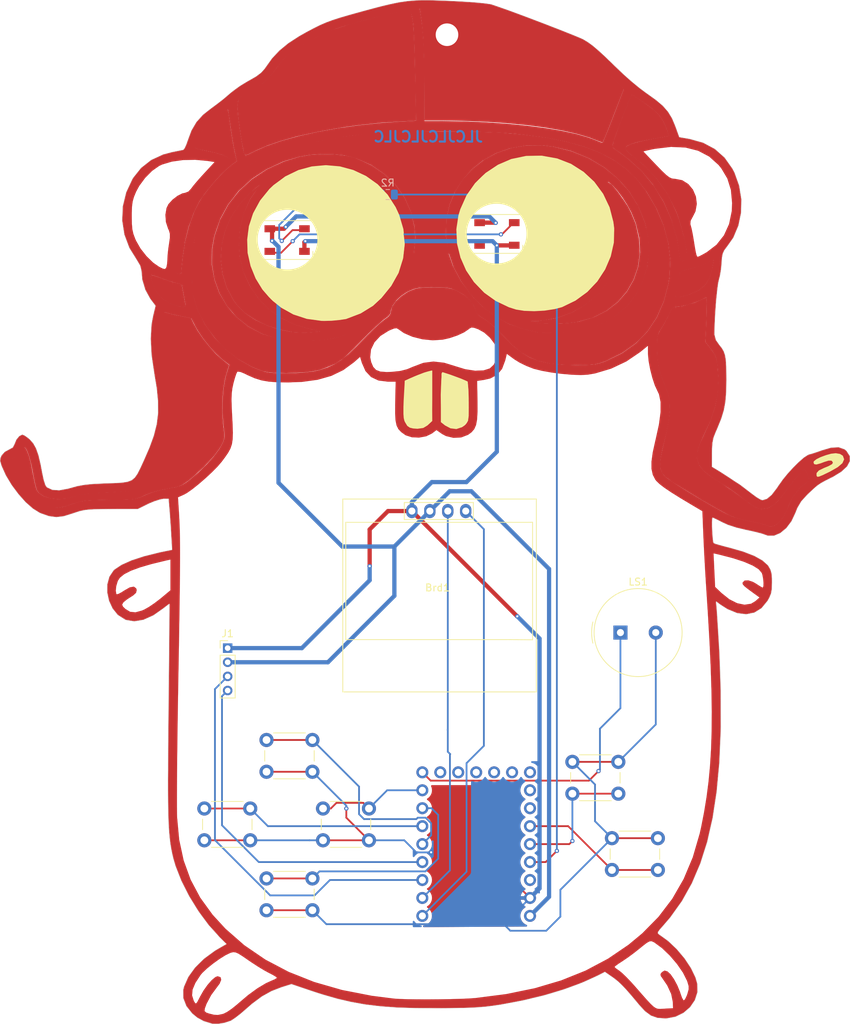
<source format=kicad_pcb>
(kicad_pcb (version 20240108) (generator "pcbnew") (generator_version "8.0")
  (layers (0 "F.Cu" signal) (31 "B.Cu" signal) (34 "B.Paste" user) (35 "F.Paste" user) (36 "B.SilkS" user "B.Silkscreen") (37 "F.SilkS" user "F.Silkscreen") (38 "B.Mask" user) (39 "F.Mask" user) (44 "Edge.Cuts" user))
  (net 0 "")
  (net 1 "GND")
  (net 2 "VCC")
  (net 3 "Net-(D1-DIN)")
  (net 4 "Net-(D1-DOUT)")
  (net 6 "/SDA")
  (net 7 "/SCL")
  (net 8 "/SDA1")
  (net 9 "/SCL1")
  (net 10 "Net-(U1-GP8)")
  (net 11 "/GP29")
  (net 12 "Net-(U1-GP4)")
  (net 13 "Net-(U1-GP5)")
  (net 14 "Net-(U1-GP6)")
  (net 15 "Net-(U1-GP7)")
  (net 16 "Net-(U1-GP28)")
  (net 17 "Net-(U1-GP27)")
  (footprint "MountingHole:MountingHole_3.2mm_M3" (layer "F.Cu") (at 119.24792 43.77944)
    (property "Reference" "REF**" (hide yes))
    (property "Value" "MountingHole_3.2mm_M3")
  )
  (footprint "LED_SMD:LED_WS2812B_PLCC4_5.0x5.0mm_P3.2mm" (layer "F.Cu") (at 96.61652 72.84212)
    (property "Reference" "D1" (hide yes))
    (property "Value" "WS2812B")
  )
  (footprint "LED_SMD:LED_WS2812B_PLCC4_5.0x5.0mm_P3.2mm" (layer "F.Cu") (at 126.3153 71.97832)
    (property "Reference" "D2" (hide yes))
    (property "Value" "WS2812B")
  )
  (footprint "rp2040-zero:my-rp2040-zero" (layer "F.Cu") (at 123.38 158.34 180)
    (property "Reference" "U1" (hide yes))
    (property "Value" "~" (hide yes))
  )
  (footprint "XIAO:128x64OLED" (layer "F.Cu") (at 117.9 121.8)
    (property "Reference" "Brd1")
    (property "Value" "SSD1306")
  )
  (footprint "Button_Switch_THT:SW_PUSH_6mm_H4.3mm" (layer "F.Cu") (at 137 146.7)
    (property "Reference" "SW5" (hide yes))
    (property "Value" "SW_Push")
  )
  (footprint "Button_Switch_THT:SW_PUSH_6mm_H4.3mm" (layer "F.Cu") (at 84.9 153.3)
    (property "Reference" "SW2" (hide yes))
    (property "Value" "SW_Push")
  )
  (footprint "Button_Switch_THT:SW_PUSH_6mm_H4.3mm" (layer "F.Cu") (at 93.7 163.2)
    (property "Reference" "SW3" (hide yes))
    (property "Value" "SW_Push")
  )
  (footprint "Connector_PinHeader_2.00mm:PinHeader_1x04_P2.00mm_Vertical" (layer "F.Cu") (at 88.2 130.6)
    (property "Reference" "J1")
    (property "Value" "Conn_01x04_Pin")
  )
  (footprint "gopher:gopher_pilot_v2" (layer "F.Cu") (at 116.0526 111.22152)
    (property "Reference" "G***" (hide yes))
    (property "Value" "LOGO" (hide yes))
  )
  (footprint "Button_Switch_THT:SW_PUSH_6mm_H4.3mm" (layer "F.Cu") (at 93.7 143.6)
    (property "Reference" "SW1" (hide yes))
    (property "Value" "SW_Push")
  )
  (footprint "Button_Switch_THT:SW_PUSH_6mm_H4.3mm" (layer "F.Cu") (at 101.7 153.3)
    (property "Reference" "SW4" (hide yes))
    (property "Value" "SW_Push")
  )
  (footprint "Button_Switch_THT:SW_PUSH_6mm_H4.3mm" (layer "F.Cu") (at 142.6 157.5)
    (property "Reference" "SW6" (hide yes))
    (property "Value" "SW_Push")
  )
  (footprint "Buzzer_Beeper:Buzzer_TDK_PS1240P02BT_D12.2mm_H6.5mm" (layer "F.Cu") (at 143.8 128.4)
    (property "Reference" "LS1")
    (property "Value" "Speaker")
  )
  (footprint "Resistor_SMD:R_0805_2012Metric" (layer "B.Cu") (at 110.8625 66.4 180)
    (property "Reference" "R2")
    (property "Value" "330")
  )
  (gr_line (start 157.34 124.03) (end 157.4 124.05) (stroke (width 0.05)) (layer "Edge.Cuts"))
  (gr_line (start 86.99 171.46) (end 86.7 171.12) (stroke (width 0.05)) (layer "Edge.Cuts"))
  (gr_line (start 158.79 90.81) (end 158.8 91.66) (stroke (width 0.05)) (layer "Edge.Cuts"))
  (gr_line (start 139.19 44.82) (end 139.85 45.29) (stroke (width 0.05)) (layer "Edge.Cuts"))
  (gr_line (start 153.73 175.78) (end 153.79 175.87) (stroke (width 0.05)) (layer "Edge.Cuts"))
  (gr_line (start 136.44 178.68) (end 135.61 178.97) (stroke (width 0.05)) (layer "Edge.Cuts"))
  (gr_line (start 95.53 46) (end 96.78 44.97) (stroke (width 0.05)) (layer "Edge.Cuts"))
  (gr_line (start 79.06 60.72) (end 80.34 60.38) (stroke (width 0.05)) (layer "Edge.Cuts"))
  (gr_line (start 68.27 111.03) (end 67.82 111.1) (stroke (width 0.05)) (layer "Edge.Cuts"))
  (gr_line (start 81.92 60.06) (end 82.1 59.84) (stroke (width 0.05)) (layer "Edge.Cuts"))
  (gr_line (start 154.44 162.68) (end 153.93 163.89) (stroke (width 0.05)) (layer "Edge.Cuts"))
  (gr_line (start 143.78 178.09) (end 143.44 177.77) (stroke (width 0.05)) (layer "Edge.Cuts"))
  (gr_line (start 157.86 132.17) (end 157.91 133.3) (stroke (width 0.05)) (layer "Edge.Cuts"))
  (gr_line (start 156.8 112.32) (end 156.78 112.77) (stroke (width 0.05)) (layer "Edge.Cuts"))
  (gr_line (start 158.43 88.59) (end 158.61 89.12) (stroke (width 0.05)) (layer "Edge.Cuts"))
  (gr_line (start 125.45 181.27) (end 124.82 181.35) (stroke (width 0.05)) (layer "Edge.Cuts"))
  (gr_line (start 57.91 101.94) (end 58.02 101.73) (stroke (width 0.05)) (layer "Edge.Cuts"))
  (gr_line (start 73.57 72.07) (end 73.26 70.07) (stroke (width 0.05)) (layer "Edge.Cuts"))
  (gr_line (start 122.63 39.15) (end 123.52 39.22) (stroke (width 0.05)) (layer "Edge.Cuts"))
  (gr_line (start 80.04 112.07) (end 79.98 111.24) (stroke (width 0.05)) (layer "Edge.Cuts"))
  (gr_line (start 155.14 161.05) (end 154.77 161.91) (stroke (width 0.05)) (layer "Edge.Cuts"))
  (gr_line (start 146.08 180.66) (end 145.68 180.19) (stroke (width 0.05)) (layer "Edge.Cuts"))
  (gr_line (start 157.32 99.97) (end 156.99 100.79) (stroke (width 0.05)) (layer "Edge.Cuts"))
  (gr_line (start 175.89 104.89) (end 175.06 105.66) (stroke (width 0.05)) (layer "Edge.Cuts"))
  (gr_line (start 157.65 148.57) (end 157.59 149.2) (stroke (width 0.05)) (layer "Edge.Cuts"))
  (gr_line (start 58.28 101.09) (end 58.69 100.59) (stroke (width 0.05)) (layer "Edge.Cuts"))
  (gr_line (start 59.16 100.37) (end 59.48 100.51) (stroke (width 0.05)) (layer "Edge.Cuts"))
  (gr_line (start 82.35 181.27) (end 81.92 180.17) (stroke (width 0.05)) (layer "Edge.Cuts"))
  (gr_line (start 130.33 180.4) (end 129.25 180.62) (stroke (width 0.05)) (layer "Edge.Cuts"))
  (gr_line (start 58.87 109.14) (end 58.6 108.83) (stroke (width 0.05)) (layer "Edge.Cuts"))
  (gr_line (start 84.78 183.4) (end 83.91 182.92) (stroke (width 0.05)) (layer "Edge.Cuts"))
  (gr_line (start 166.17 107.58) (end 166.56 107.04) (stroke (width 0.05)) (layer "Edge.Cuts"))
  (gr_line (start 100.3 42.89) (end 101.25 42.41) (stroke (width 0.05)) (layer "Edge.Cuts"))
  (gr_line (start 158.13 76.14) (end 158.06 76.89) (stroke (width 0.05)) (layer "Edge.Cuts"))
  (gr_line (start 165.26 120.73) (end 165.26 121.32) (stroke (width 0.05)) (layer "Edge.Cuts"))
  (gr_line (start 80.09 158.35) (end 79.99 157.5) (stroke (width 0.05)) (layer "Edge.Cuts"))
  (gr_line (start 79.92 129.57) (end 79.93 127.52) (stroke (width 0.05)) (layer "Edge.Cuts"))
  (gr_line (start 69.89 107.32) (end 71.38 107.25) (stroke (width 0.05)) (layer "Edge.Cuts"))
  (gr_line (start 85.74 170.06) (end 85.55 169.86) (stroke (width 0.05)) (layer "Edge.Cuts"))
  (gr_line (start 91.62 180.98) (end 90.51 181.95) (stroke (width 0.05)) (layer "Edge.Cuts"))
  (gr_line (start 152.54 166.38) (end 150.85 168.75) (stroke (width 0.05)) (layer "Edge.Cuts"))
  (gr_line (start 88.65 183.35) (end 87.72 183.66) (stroke (width 0.05)) (layer "Edge.Cuts"))
  (gr_line (start 136.21 43.46) (end 136.57 43.6) (stroke (width 0.05)) (layer "Edge.Cuts"))
  (gr_line (start 135.61 178.97) (end 133.89 179.5) (stroke (width 0.05)) (layer "Edge.Cuts"))
  (gr_line (start 85.06 169.2) (end 84.59 168.58) (stroke (width 0.05)) (layer "Edge.Cuts"))
  (gr_line (start 98.55 178.62) (end 97.24 178.17) (stroke (width 0.05)) (layer "Edge.Cuts"))
  (gr_line (start 77.61 100.88) (end 77.75 100.48) (stroke (width 0.05)) (layer "Edge.Cuts"))
  (gr_line (start 92.23 49.67) (end 92.91 49.16) (stroke (width 0.05)) (layer "Edge.Cuts"))
  (gr_line (start 157.38 81.17) (end 157.31 81.98) (stroke (width 0.05)) (layer "Edge.Cuts"))
  (gr_line (start 76.11 78.46) (end 75.99 77.17) (stroke (width 0.05)) (layer "Edge.Cuts"))
  (gr_line (start 161.59 125.82) (end 160.31 125.65) (stroke (width 0.05)) (layer "Edge.Cuts"))
  (gr_line (start 77.24 81.17) (end 76.54 79.88) (stroke (width 0.05)) (layer "Edge.Cuts"))
  (gr_line (start 157.55 126.68) (end 157.64 127.99) (stroke (width 0.05)) (layer "Edge.Cuts"))
  (gr_line (start 94.38 179.17) (end 93.25 179.8) (stroke (width 0.05)) (layer "Edge.Cuts"))
  (gr_line (start 73.23 107.17) (end 74.03 107.04) (stroke (width 0.05)) (layer "Edge.Cuts"))
  (gr_line (start 102.97 41.72) (end 103.28 41.62) (stroke (width 0.05)) (layer "Edge.Cuts"))
  (gr_line (start 68.96 107.37) (end 69.26 107.35) (stroke (width 0.05)) (layer "Edge.Cuts"))
  (gr_line (start 79.76 147.8) (end 79.76 145.83) (stroke (width 0.05)) (layer "Edge.Cuts"))
  (gr_line (start 157 115.72) (end 157.26 115.83) (stroke (width 0.05)) (layer "Edge.Cuts"))
  (gr_line (start 74.58 118.17) (end 76.35 117.59) (stroke (width 0.05)) (layer "Edge.Cuts"))
  (gr_line (start 162.72 117.52) (end 162.77 117.54) (stroke (width 0.05)) (layer "Edge.Cuts"))
  (gr_line (start 86.35 53.83) (end 86.86 53.44) (stroke (width 0.05)) (layer "Edge.Cuts"))
  (gr_line (start 61.08 102.31) (end 61.43 103.3) (stroke (width 0.05)) (layer "Edge.Cuts"))
  (gr_line (start 162.45 108.77) (end 163.08 109.23) (stroke (width 0.05)) (layer "Edge.Cuts"))
  (gr_line (start 139.52 177.45) (end 138.74 177.8) (stroke (width 0.05)) (layer "Edge.Cuts"))
  (gr_line (start 157.91 133.3) (end 157.95 134.45) (stroke (width 0.05)) (layer "Edge.Cuts"))
  (gr_line (start 103.28 41.62) (end 103.95 41.4) (stroke (width 0.05)) (layer "Edge.Cuts"))
  (gr_line (start 156.4 156.67) (end 156.17 157.72) (stroke (width 0.05)) (layer "Edge.Cuts"))
  (gr_line (start 79.75 152.34) (end 79.75 151.9) (stroke (width 0.05)) (layer "Edge.Cuts"))
  (gr_line (start 59.6 109.96) (end 58.87 109.14) (stroke (width 0.05)) (layer "Edge.Cuts"))
  (gr_line (start 163.82 114.4) (end 163.08 114.21) (stroke (width 0.05)) (layer "Edge.Cuts"))
  (gr_line (start 176.25 103.38) (end 176.27 103.42) (stroke (width 0.05)) (layer "Edge.Cuts"))
  (gr_line (start 157.23 83.19) (end 157.19 83.93) (stroke (width 0.05)) (layer "Edge.Cuts"))
  (gr_line (start 154.35 180.43) (end 153.67 181.43) (stroke (width 0.05)) (layer "Edge.Cuts"))
  (gr_line (start 157.64 127.99) (end 157.75 129.82) (stroke (width 0.05)) (layer "Edge.Cuts"))
  (gr_line (start 62.41 107.53) (end 62.61 107.82) (stroke (width 0.05)) (layer "Edge.Cuts"))
  (gr_line (start 173.88 106.38) (end 173.6 106.5) (stroke (width 0.05)) (layer "Edge.Cuts"))
  (gr_line (start 157.54 79.68) (end 157.47 80.33) (stroke (width 0.05)) (layer "Edge.Cuts"))
  (gr_line (start 69.25 110.96) (end 68.27 111.03) (stroke (width 0.05)) (layer "Edge.Cuts"))
  (gr_line (start 141.6 176.44) (end 140.95 176.77) (stroke (width 0.05)) (layer "Edge.Cuts"))
  (gr_line (start 165.24 122.22) (end 165.13 122.86) (stroke (width 0.05)) (layer "Edge.Cuts"))
  (gr_line (start 77.78 109.84) (end 77.03 110.15) (stroke (width 0.05)) (layer "Edge.Cuts"))
  (gr_line (start 152.74 182.23) (end 151.59 182.79) (stroke (width 0.05)) (layer "Edge.Cuts"))
  (gr_line (start 62 105.99) (end 62.17 106.77) (stroke (width 0.05)) (layer "Edge.Cuts"))
  (gr_line (start 157.86 98.67) (end 157.47 99.63) (stroke (width 0.05)) (layer "Edge.Cuts"))
  (gr_line (start 150.3 183.03) (end 150.07 183.03) (stroke (width 0.05)) (layer "Edge.Cuts"))
  (gr_line (start 100.92 179.42) (end 98.55 178.62) (stroke (width 0.05)) (layer "Edge.Cuts"))
  (gr_line (start 164.66 114.7) (end 163.82 114.4) (stroke (width 0.05)) (layer "Edge.Cuts"))
  (gr_line (start 157.87 145.67) (end 157.82 146.57) (stroke (width 0.05)) (layer "Edge.Cuts"))
  (gr_line (start 152.14 58.27) (end 153.6 58.52) (stroke (width 0.05)) (layer "Edge.Cuts"))
  (gr_line (start 76.35 117.59) (end 77.75 117.24) (stroke (width 0.05)) (layer "Edge.Cuts"))
  (gr_line (start 156.81 114.04) (end 156.82 114.27) (stroke (width 0.05)) (layer "Edge.Cuts"))
  (gr_line (start 94.46 47.13) (end 94.95 46.61) (stroke (width 0.05)) (layer "Edge.Cuts"))
  (gr_line (start 78.34 97.34) (end 78.33 95.68) (stroke (width 0.05)) (layer "Edge.Cuts"))
  (gr_line (start 97.24 178.17) (end 96.82 178.3) (stroke (width 0.05)) (layer "Edge.Cuts"))
  (gr_line (start 165.2 108.9) (end 165.94 107.93) (stroke (width 0.05)) (layer "Edge.Cuts"))
  (gr_line (start 158.66 95.77) (end 158.45 96.92) (stroke (width 0.05)) (layer "Edge.Cuts"))
  (gr_line (start 98.45 43.9) (end 99.39 43.37) (stroke (width 0.05)) (layer "Edge.Cuts"))
  (gr_line (start 160.51 70.8) (end 160.17 71.6) (stroke (width 0.05)) (layer "Edge.Cuts"))
  (gr_line (start 157.82 146.57) (end 157.82 146.85) (stroke (width 0.05)) (layer "Edge.Cuts"))
  (gr_line (start 79.14 109.47) (end 78.6 109.58) (stroke (width 0.05)) (layer "Edge.Cuts"))
  (gr_line (start 62.17 106.77) (end 62.41 107.53) (stroke (width 0.05)) (layer "Edge.Cuts"))
  (gr_line (start 71.15 122.74) (end 71.14 122.08) (stroke (width 0.05)) (layer "Edge.Cuts"))
  (gr_line (start 145.33 179.77) (end 144.91 179.29) (stroke (width 0.05)) (layer "Edge.Cuts"))
  (gr_line (start 176.22 104.27) (end 175.89 104.89) (stroke (width 0.05)) (layer "Edge.Cuts"))
  (gr_line (start 86.7 171.12) (end 85.74 170.06) (stroke (width 0.05)) (layer "Edge.Cuts"))
  (gr_line (start 134.77 42.89) (end 135.67 43.24) (stroke (width 0.05)) (layer "Edge.Cuts"))
  (gr_line (start 84.68 55.12) (end 85.28 54.64) (stroke (width 0.05)) (layer "Edge.Cuts"))
  (gr_line (start 169.4 109.84) (end 168.85 110.77) (stroke (width 0.05)) (layer "Edge.Cuts"))
  (gr_line (start 83.77 56.14) (end 84.68 55.12) (stroke (width 0.05)) (layer "Edge.Cuts"))
  (gr_line (start 119.14 181.58) (end 118.31 181.58) (stroke (width 0.05)) (layer "Edge.Cuts"))
  (gr_line (start 157.34 124.03) (end 157.48 125.51) (stroke (width 0.05)) (layer "Edge.Cuts"))
  (gr_line (start 149.11 170.96) (end 149.26 171.11) (stroke (width 0.05)) (layer "Edge.Cuts"))
  (gr_line (start 144.2 49.33) (end 144.7 49.79) (stroke (width 0.05)) (layer "Edge.Cuts"))
  (gr_line (start 74.62 106.82) (end 75.05 106.46) (stroke (width 0.05)) (layer "Edge.Cuts"))
  (gr_line (start 165.03 119.46) (end 165.2 120.02) (stroke (width 0.05)) (layer "Edge.Cuts"))
  (gr_line (start 154.71 179.31) (end 154.35 180.43) (stroke (width 0.05)) (layer "Edge.Cuts"))
  (gr_line (start 56.97 106.45) (end 56.78 106.12) (stroke (width 0.05)) (layer "Edge.Cuts"))
  (gr_line (start 83.32 166.65) (end 82.8 165.81) (stroke (width 0.05)) (layer "Edge.Cuts"))
  (gr_line (start 75.47 110.93) (end 74.42 110.93) (stroke (width 0.05)) (layer "Edge.Cuts"))
  (gr_line (start 145.53 50.51) (end 146.52 51.32) (stroke (width 0.05)) (layer "Edge.Cuts"))
  (gr_line (start 73.16 118.81) (end 74.58 118.17) (stroke (width 0.05)) (layer "Edge.Cuts"))
  (gr_line (start 160.17 71.6) (end 159.8 72.5) (stroke (width 0.05)) (layer "Edge.Cuts"))
  (gr_line (start 142.96 48.16) (end 143.47 48.64) (stroke (width 0.05)) (layer "Edge.Cuts"))
  (gr_line (start 78.33 95.68) (end 78.16 93.84) (stroke (width 0.05)) (layer "Edge.Cuts"))
  (gr_line (start 157.59 149.2) (end 157.48 150.38) (stroke (width 0.05)) (layer "Edge.Cuts"))
  (gr_line (start 159.95 106.96) (end 160.65 107.4) (stroke (width 0.05)) (layer "Edge.Cuts"))
  (gr_line (start 173.6 106.5) (end 173.21 106.71) (stroke (width 0.05)) (layer "Edge.Cuts"))
  (gr_line (start 85.55 169.86) (end 85.06 169.2) (stroke (width 0.05)) (layer "Edge.Cuts"))
  (gr_line (start 82.37 164.98) (end 82.03 164.31) (stroke (width 0.05)) (layer "Edge.Cuts"))
  (gr_line (start 107.56 181.03) (end 105.65 180.68) (stroke (width 0.05)) (layer "Edge.Cuts"))
  (gr_line (start 125.43 39.45) (end 125.54 39.48) (stroke (width 0.05)) (layer "Edge.Cuts"))
  (gr_line (start 79.88 156.3) (end 79.83 155.43) (stroke (width 0.05)) (layer "Edge.Cuts"))
  (gr_line (start 174.41 106.05) (end 173.88 106.38) (stroke (width 0.05)) (layer "Edge.Cuts"))
  (gr_line (start 76.36 103.96) (end 76.79 102.97) (stroke (width 0.05)) (layer "Edge.Cuts"))
  (gr_line (start 153.6 58.52) (end 155.49 59.05) (stroke (width 0.05)) (layer "Edge.Cuts"))
  (gr_line (start 75.08 75.24) (end 74.64 74.54) (stroke (width 0.05)) (layer "Edge.Cuts"))
  (gr_line (start 66.96 107.65) (end 67.92 107.48) (stroke (width 0.05)) (layer "Edge.Cuts"))
  (gr_line (start 158.29 74.78) (end 158.17 75.41) (stroke (width 0.05)) (layer "Edge.Cuts"))
  (gr_line (start 161.6 113.88) (end 160.24 113.56) (stroke (width 0.05)) (layer "Edge.Cuts"))
  (gr_line (start 79.96 124.37) (end 79.81 124.43) (stroke (width 0.05)) (layer "Edge.Cuts"))
  (gr_line (start 79.95 157.08) (end 79.88 156.3) (stroke (width 0.05)) (layer "Edge.Cuts"))
  (gr_line (start 149.91 171.57) (end 150.5 172) (stroke (width 0.05)) (layer "Edge.Cuts"))
  (gr_line (start 57.94 107.96) (end 57.71 107.65) (stroke (width 0.05)) (layer "Edge.Cuts"))
  (gr_line (start 106.13 40.77) (end 107.35 40.43) (stroke (width 0.05)) (layer "Edge.Cuts"))
  (gr_line (start 166.74 106.77) (end 167.43 105.92) (stroke (width 0.05)) (layer "Edge.Cuts"))
  (gr_line (start 102.14 42.03) (end 102.97 41.72) (stroke (width 0.05)) (layer "Edge.Cuts"))
  (gr_line (start 117.89 38.92) (end 118.88 38.95) (stroke (width 0.05)) (layer "Edge.Cuts"))
  (gr_line (start 160.65 107.4) (end 161 107.66) (stroke (width 0.05)) (layer "Edge.Cuts"))
  (gr_line (start 122.99 181.49) (end 121.91 181.53) (stroke (width 0.05)) (layer "Edge.Cuts"))
  (gr_line (start 78.6 109.58) (end 77.78 109.84) (stroke (width 0.05)) (layer "Edge.Cuts"))
  (gr_line (start 103.95 41.4) (end 105.2 41.03) (stroke (width 0.05)) (layer "Edge.Cuts"))
  (gr_line (start 72.03 119.61) (end 72.2 119.45) (stroke (width 0.05)) (layer "Edge.Cuts"))
  (gr_line (start 63.97 112.07) (end 62.89 111.93) (stroke (width 0.05)) (layer "Edge.Cuts"))
  (gr_line (start 78.16 93.84) (end 77.88 92.18) (stroke (width 0.05)) (layer "Edge.Cuts"))
  (gr_line (start 135.67 43.24) (end 136.21 43.46) (stroke (width 0.05)) (layer "Edge.Cuts"))
  (gr_line (start 157.11 86.2) (end 157.32 86.99) (stroke (width 0.05)) (layer "Edge.Cuts"))
  (gr_line (start 157.83 131.22) (end 157.86 132.17) (stroke (width 0.05)) (layer "Edge.Cuts"))
  (gr_line (start 159 113.16) (end 158.18 112.78) (stroke (width 0.05)) (layer "Edge.Cuts"))
  (gr_line (start 141.55 46.79) (end 142.17 47.4) (stroke (width 0.05)) (layer "Edge.Cuts"))
  (gr_line (start 80.34 60.38) (end 81.33 60.18) (stroke (width 0.05)) (layer "Edge.Cuts"))
  (gr_line (start 60.69 101.61) (end 61.08 102.31) (stroke (width 0.05)) (layer "Edge.Cuts"))
  (gr_line (start 56 104.15) (end 56.03 103.69) (stroke (width 0.05)) (layer "Edge.Cuts"))
  (gr_line (start 58.02 101.73) (end 58.28 101.09) (stroke (width 0.05)) (layer "Edge.Cuts"))
  (gr_line (start 152.39 173.92) (end 152.88 174.5) (stroke (width 0.05)) (layer "Edge.Cuts"))
  (gr_line (start 132.5 42.01) (end 133.28 42.31) (stroke (width 0.05)) (layer "Edge.Cuts"))
  (gr_line (start 156.99 100.79) (end 156.84 101.52) (stroke (width 0.05)) (layer "Edge.Cuts"))
  (gr_line (start 160.89 68.97) (end 160.51 70.8) (stroke (width 0.05)) (layer "Edge.Cuts"))
  (gr_line (start 151.2 172.65) (end 151.77 173.19) (stroke (width 0.05)) (layer "Edge.Cuts"))
  (gr_line (start 157.26 115.83) (end 157.74 115.97) (stroke (width 0.05)) (layer "Edge.Cuts"))
  (gr_line (start 77.36 85.71) (end 77.42 84.76) (stroke (width 0.05)) (layer "Edge.Cuts"))
  (gr_line (start 171.64 102.83) (end 172.27 102.61) (stroke (width 0.05)) (layer "Edge.Cuts"))
  (gr_line (start 150.5 172) (end 150.88 172.33) (stroke (width 0.05)) (layer "Edge.Cuts"))
  (gr_line (start 169.07 104.22) (end 169.75 103.62) (stroke (width 0.05)) (layer "Edge.Cuts"))
  (gr_line (start 115.22 181.57) (end 114.61 181.56) (stroke (width 0.05)) (layer "Edge.Cuts"))
  (gr_line (start 133.28 42.31) (end 134.04 42.61) (stroke (width 0.05)) (layer "Edge.Cuts"))
  (gr_line (start 60.2 101.06) (end 60.69 101.61) (stroke (width 0.05)) (layer "Edge.Cuts"))
  (gr_line (start 151.5 56.53) (end 151.75 57.18) (stroke (width 0.05)) (layer "Edge.Cuts"))
  (gr_line (start 118.31 181.58) (end 116.77 181.57) (stroke (width 0.05)) (layer "Edge.Cuts"))
  (gr_line (start 159.12 73.46) (end 158.51 74.29) (stroke (width 0.05)) (layer "Edge.Cuts"))
  (gr_line (start 83.55 175.84) (end 84.11 175.26) (stroke (width 0.05)) (layer "Edge.Cuts"))
  (gr_line (start 107.35 40.43) (end 109.58 39.83) (stroke (width 0.05)) (layer "Edge.Cuts"))
  (gr_line (start 158.35 116.14) (end 159.01 116.31) (stroke (width 0.05)) (layer "Edge.Cuts"))
  (gr_line (start 157.48 150.38) (end 157.43 150.94) (stroke (width 0.05)) (layer "Edge.Cuts"))
  (gr_line (start 82.61 165.46) (end 82.37 164.98) (stroke (width 0.05)) (layer "Edge.Cuts"))
  (gr_line (start 61.43 103.3) (end 61.68 104.36) (stroke (width 0.05)) (layer "Edge.Cuts"))
  (gr_line (start 71.71 120.08) (end 72.03 119.61) (stroke (width 0.05)) (layer "Edge.Cuts"))
  (gr_line (start 76.28 126.6) (end 74.98 126.82) (stroke (width 0.05)) (layer "Edge.Cuts"))
  (gr_line (start 65.61 108.02) (end 66.96 107.65) (stroke (width 0.05)) (layer "Edge.Cuts"))
  (gr_line (start 72.2 119.45) (end 73.16 118.81) (stroke (width 0.05)) (layer "Edge.Cuts"))
  (gr_line (start 99.39 43.37) (end 100.3 42.89) (stroke (width 0.05)) (layer "Edge.Cuts"))
  (gr_line (start 79.84 136.28) (end 79.88 132.9) (stroke (width 0.05)) (layer "Edge.Cuts"))
  (gr_line (start 163.78 124.95) (end 162.81 125.55) (stroke (width 0.05)) (layer "Edge.Cuts"))
  (gr_line (start 162.77 117.54) (end 163.61 118.01) (stroke (width 0.05)) (layer "Edge.Cuts"))
  (gr_line (start 140.49 177) (end 139.52 177.45) (stroke (width 0.05)) (layer "Edge.Cuts"))
  (gr_line (start 158.03 141.77) (end 157.99 143.01) (stroke (width 0.05)) (layer "Edge.Cuts"))
  (gr_line (start 109.93 181.31) (end 108.95 181.2) (stroke (width 0.05)) (layer "Edge.Cuts"))
  (gr_line (start 158.8 91.66) (end 158.81 92.57) (stroke (width 0.05)) (layer "Edge.Cuts"))
  (gr_line (start 168.02 112.65) (end 167.3 113.61) (stroke (width 0.05)) (layer "Edge.Cuts"))
  (gr_line (start 56.64 102.81) (end 57.69 102.24) (stroke (width 0.05)) (layer "Edge.Cuts"))
  (gr_line (start 86.4 173.41) (end 87.09 173.01) (stroke (width 0.05)) (layer "Edge.Cuts"))
  (gr_line (start 72.64 125.91) (end 71.9 124.99) (stroke (width 0.05)) (layer "Edge.Cuts"))
  (gr_line (start 82.03 164.31) (end 81.9 164.05) (stroke (width 0.05)) (layer "Edge.Cuts"))
  (gr_line (start 163.9 109.65) (end 164.53 109.46) (stroke (width 0.05)) (layer "Edge.Cuts"))
  (gr_line (start 120.36 181.56) (end 119.14 181.58) (stroke (width 0.05)) (layer "Edge.Cuts"))
  (gr_line (start 161.25 116.95) (end 162.72 117.52) (stroke (width 0.05)) (layer "Edge.Cuts"))
  (gr_line (start 79.83 109.48) (end 79.14 109.47) (stroke (width 0.05)) (layer "Edge.Cuts"))
  (gr_line (start 71.14 122.08) (end 71.16 121.56) (stroke (width 0.05)) (layer "Edge.Cuts"))
  (gr_line (start 71.44 120.5) (end 71.71 120.08) (stroke (width 0.05)) (layer "Edge.Cuts"))
  (gr_line (start 71.38 107.25) (end 72.14 107.23) (stroke (width 0.05)) (layer "Edge.Cuts"))
  (gr_line (start 89.86 51.07) (end 90.42 50.72) (stroke (width 0.05)) (layer "Edge.Cuts"))
  (gr_line (start 79.93 126.61) (end 79.95 125.25) (stroke (width 0.05)) (layer "Edge.Cuts"))
  (gr_line (start 81.9 178.98) (end 82.01 178.52) (stroke (width 0.05)) (layer "Edge.Cuts"))
  (gr_line (start 165.94 107.93) (end 166.17 107.58) (stroke (width 0.05)) (layer "Edge.Cuts"))
  (gr_line (start 157.64 78.97) (end 157.54 79.68) (stroke (width 0.05)) (layer "Edge.Cuts"))
  (gr_line (start 79.78 143.65) (end 79.8 142.01) (stroke (width 0.05)) (layer "Edge.Cuts"))
  (gr_line (start 131.54 41.65) (end 132.18 41.89) (stroke (width 0.05)) (layer "Edge.Cuts"))
  (gr_line (start 64.98 111.95) (end 63.97 112.07) (stroke (width 0.05)) (layer "Edge.Cuts"))
  (gr_line (start 150.25 169.44) (end 149.77 170) (stroke (width 0.05)) (layer "Edge.Cuts"))
  (gr_line (start 82.66 58.42) (end 83.06 57.34) (stroke (width 0.05)) (layer "Edge.Cuts"))
  (gr_line (start 125.54 39.48) (end 128.06 40.35) (stroke (width 0.05)) (layer "Edge.Cuts"))
  (gr_line (start 79.83 155.43) (end 79.79 154.28) (stroke (width 0.05)) (layer "Edge.Cuts"))
  (gr_line (start 162.81 125.55) (end 162.75 125.58) (stroke (width 0.05)) (layer "Edge.Cuts"))
  (gr_line (start 85.77 54.26) (end 86.35 53.83) (stroke (width 0.05)) (layer "Edge.Cuts"))
  (gr_line (start 98.28 44) (end 98.45 43.9) (stroke (width 0.05)) (layer "Edge.Cuts"))
  (gr_line (start 75.82 105.14) (end 76.36 103.96) (stroke (width 0.05)) (layer "Edge.Cuts"))
  (gr_line (start 168.8 104.47) (end 169.07 104.22) (stroke (width 0.05)) (layer "Edge.Cuts"))
  (gr_line (start 160.9 68.38) (end 160.89 68.97) (stroke (width 0.05)) (layer "Edge.Cuts"))
  (gr_line (start 79.21 124.9) (end 77.73 125.95) (stroke (width 0.05)) (layer "Edge.Cuts"))
  (gr_line (start 84.59 168.58) (end 84.15 167.97) (stroke (width 0.05)) (layer "Edge.Cuts"))
  (gr_line (start 157.43 150.94) (end 157.18 152.56) (stroke (width 0.05)) (layer "Edge.Cuts"))
  (gr_line (start 120.56 39.03) (end 121.29 39.07) (stroke (width 0.05)) (layer "Edge.Cuts"))
  (gr_line (start 157.73 105.51) (end 159.23 106.47) (stroke (width 0.05)) (layer "Edge.Cuts"))
  (gr_line (start 73.03 107.18) (end 73.23 107.17) (stroke (width 0.05)) (layer "Edge.Cuts"))
  (gr_line (start 159.97 63.32) (end 160.61 65.12) (stroke (width 0.05)) (layer "Edge.Cuts"))
  (gr_line (start 149.41 170.4) (end 149.14 170.77) (stroke (width 0.05)) (layer "Edge.Cuts"))
  (gr_line (start 146.52 51.32) (end 147.18 51.81) (stroke (width 0.05)) (layer "Edge.Cuts"))
  (gr_line (start 152.88 174.5) (end 153.73 175.78) (stroke (width 0.05)) (layer "Edge.Cuts"))
  (gr_line (start 158.25 124.65) (end 157.9 124.42) (stroke (width 0.05)) (layer "Edge.Cuts"))
  (gr_line (start 160.93 67.06) (end 160.92 67.76) (stroke (width 0.05)) (layer "Edge.Cuts"))
  (gr_line (start 173.21 106.71) (end 172.77 106.93) (stroke (width 0.05)) (layer "Edge.Cuts"))
  (gr_line (start 168.34 111.97) (end 168.02 112.65) (stroke (width 0.05)) (layer "Edge.Cuts"))
  (gr_line (start 157.18 152.56) (end 157.01 153.67) (stroke (width 0.05)) (layer "Edge.Cuts"))
  (gr_line (start 161 107.66) (end 161.46 108.01) (stroke (width 0.05)) (layer "Edge.Cuts"))
  (gr_line (start 74.71 64.2) (end 74.88 63.94) (stroke (width 0.05)) (layer "Edge.Cuts"))
  (gr_line (start 74.42 110.93) (end 72.59 110.93) (stroke (width 0.05)) (layer "Edge.Cuts"))
  (gr_line (start 172.37 107.15) (end 172.13 107.29) (stroke (width 0.05)) (layer "Edge.Cuts"))
  (gr_line (start 114.86 38.91) (end 115.62 38.89) (stroke (width 0.05)) (layer "Edge.Cuts"))
  (gr_line (start 134.04 42.61) (end 134.77 42.89) (stroke (width 0.05)) (layer "Edge.Cuts"))
  (gr_line (start 88.69 51.94) (end 89.86 51.07) (stroke (width 0.05)) (layer "Edge.Cuts"))
  (gr_line (start 161.17 116.92) (end 161.25 116.95) (stroke (width 0.05)) (layer "Edge.Cuts"))
  (gr_line (start 93.05 179.91) (end 92.18 180.56) (stroke (width 0.05)) (layer "Edge.Cuts"))
  (gr_line (start 56.2 103.31) (end 56.64 102.81) (stroke (width 0.05)) (layer "Edge.Cuts"))
  (gr_line (start 87.09 173.01) (end 87.72 172.65) (stroke (width 0.05)) (layer "Edge.Cuts"))
  (gr_line (start 113.74 39) (end 114.86 38.91) (stroke (width 0.05)) (layer "Edge.Cuts"))
  (gr_line (start 105.2 41.03) (end 106.13 40.77) (stroke (width 0.05)) (layer "Edge.Cuts"))
  (gr_line (start 138.55 44.43) (end 139.19 44.82) (stroke (width 0.05)) (layer "Edge.Cuts"))
  (gr_line (start 154.69 178.1) (end 154.71 179.31) (stroke (width 0.05)) (layer "Edge.Cuts"))
  (gr_line (start 155.4 160.23) (end 155.14 161.05) (stroke (width 0.05)) (layer "Edge.Cuts"))
  (gr_line (start 79.98 111.24) (end 79.89 110.16) (stroke (width 0.05)) (layer "Edge.Cuts"))
  (gr_line (start 77.42 89.12) (end 77.33 87.36) (stroke (width 0.05)) (layer "Edge.Cuts"))
  (gr_line (start 145.68 180.19) (end 145.33 179.77) (stroke (width 0.05)) (layer "Edge.Cuts"))
  (gr_line (start 121.91 181.53) (end 120.36 181.56) (stroke (width 0.05)) (layer "Edge.Cuts"))
  (gr_line (start 170.86 108.33) (end 170.33 108.82) (stroke (width 0.05)) (layer "Edge.Cuts"))
  (gr_line (start 92.18 180.56) (end 91.62 180.98) (stroke (width 0.05)) (layer "Edge.Cuts"))
  (gr_line (start 164.71 118.91) (end 165.03 119.46) (stroke (width 0.05)) (layer "Edge.Cuts"))
  (gr_line (start 157.19 83.93) (end 157.16 84.54) (stroke (width 0.05)) (layer "Edge.Cuts"))
  (gr_line (start 74.64 74.54) (end 74.28 73.95) (stroke (width 0.05)) (layer "Edge.Cuts"))
  (gr_line (start 108.95 181.2) (end 107.56 181.03) (stroke (width 0.05)) (layer "Edge.Cuts"))
  (gr_line (start 163.08 114.21) (end 162.13 113.99) (stroke (width 0.05)) (layer "Edge.Cuts"))
  (gr_line (start 165.24 122.11) (end 165.24 122.22) (stroke (width 0.05)) (layer "Edge.Cuts"))
  (gr_line (start 87.72 183.66) (end 86.88 183.79) (stroke (width 0.05)) (layer "Edge.Cuts"))
  (gr_line (start 162.13 113.99) (end 161.6 113.88) (stroke (width 0.05)) (layer "Edge.Cuts"))
  (gr_line (start 157.75 78.46) (end 157.64 78.97) (stroke (width 0.05)) (layer "Edge.Cuts"))
  (gr_line (start 149.81 53.83) (end 150.54 54.67) (stroke (width 0.05)) (layer "Edge.Cuts"))
  (gr_line (start 75.92 62.64) (end 77.36 61.5) (stroke (width 0.05)) (layer "Edge.Cuts"))
  (gr_line (start 156.82 114.27) (end 156.86 114.78) (stroke (width 0.05)) (layer "Edge.Cuts"))
  (gr_line (start 61.52 111.42) (end 60.63 110.86) (stroke (width 0.05)) (layer "Edge.Cuts"))
  (gr_line (start 138.26 44.29) (end 138.55 44.43) (stroke (width 0.05)) (layer "Edge.Cuts"))
  (gr_line (start 61.68 104.36) (end 61.77 104.79) (stroke (width 0.05)) (layer "Edge.Cuts"))
  (gr_line (start 73.26 70.07) (end 73.3 69.17) (stroke (width 0.05)) (layer "Edge.Cuts"))
  (gr_line (start 77.99 82.15) (end 77.24 81.17) (stroke (width 0.05)) (layer "Edge.Cuts"))
  (gr_line (start 130.65 41.31) (end 131.54 41.65) (stroke (width 0.05)) (layer "Edge.Cuts"))
  (gr_line (start 90.51 181.95) (end 90.02 182.37) (stroke (width 0.05)) (layer "Edge.Cuts"))
  (gr_line (start 158.02 140.11) (end 158.03 141.77) (stroke (width 0.05)) (layer "Edge.Cuts"))
  (gr_line (start 71.4 123.91) (end 71.15 122.74) (stroke (width 0.05)) (layer "Edge.Cuts"))
  (gr_line (start 97.35 44.6) (end 98.28 44) (stroke (width 0.05)) (layer "Edge.Cuts"))
  (gr_line (start 167.3 113.61) (end 166.41 114.34) (stroke (width 0.05)) (layer "Edge.Cuts"))
  (gr_line (start 170.5 103.18) (end 170.94 103.06) (stroke (width 0.05)) (layer "Edge.Cuts"))
  (gr_line (start 175.06 105.66) (end 174.41 106.05) (stroke (width 0.05)) (layer "Edge.Cuts"))
  (gr_line (start 137.75 178.2) (end 136.44 178.68) (stroke (width 0.05)) (layer "Edge.Cuts"))
  (gr_line (start 77.33 87.36) (end 77.3 86.81) (stroke (width 0.05)) (layer "Edge.Cuts"))
  (gr_line (start 168.6 111.41) (end 168.34 111.97) (stroke (width 0.05)) (layer "Edge.Cuts"))
  (gr_line (start 75.81 76.46) (end 75.52 75.97) (stroke (width 0.05)) (layer "Edge.Cuts"))
  (gr_line (start 157.75 129.82) (end 157.83 131.22) (stroke (width 0.05)) (layer "Edge.Cuts"))
  (gr_line (start 129.25 180.62) (end 127.61 180.93) (stroke (width 0.05)) (layer "Edge.Cuts"))
  (gr_line (start 62.61 107.82) (end 63.38 108.18) (stroke (width 0.05)) (layer "Edge.Cuts"))
  (gr_line (start 158.06 76.89) (end 157.95 77.58) (stroke (width 0.05)) (layer "Edge.Cuts"))
  (gr_line (start 158.79 93.87) (end 158.78 94.42) (stroke (width 0.05)) (layer "Edge.Cuts"))
  (gr_line (start 123.79 181.44) (end 122.99 181.49) (stroke (width 0.05)) (layer "Edge.Cuts"))
  (gr_line (start 81.92 180.17) (end 81.9 178.98) (stroke (width 0.05)) (layer "Edge.Cuts"))
  (gr_line (start 156.17 157.72) (end 156.1 158.06) (stroke (width 0.05)) (layer "Edge.Cuts"))
  (gr_line (start 73.34 68.09) (end 73.83 66.08) (stroke (width 0.05)) (layer "Edge.Cuts"))
  (gr_line (start 77.3 86.81) (end 77.36 85.71) (stroke (width 0.05)) (layer "Edge.Cuts"))
  (gr_line (start 157.95 134.45) (end 158 135.64) (stroke (width 0.05)) (layer "Edge.Cuts"))
  (gr_line (start 105.65 180.68) (end 103.85 180.27) (stroke (width 0.05)) (layer "Edge.Cuts"))
  (gr_line (start 114.61 181.56) (end 113.12 181.51) (stroke (width 0.05)) (layer "Edge.Cuts"))
  (gr_line (start 71.01 110.94) (end 69.25 110.96) (stroke (width 0.05)) (layer "Edge.Cuts"))
  (gr_line (start 110.84 181.38) (end 109.93 181.31) (stroke (width 0.05)) (layer "Edge.Cuts"))
  (gr_line (start 153.07 165.42) (end 152.54 166.38) (stroke (width 0.05)) (layer "Edge.Cuts"))
  (gr_line (start 157.82 146.85) (end 157.73 147.72) (stroke (width 0.05)) (layer "Edge.Cuts"))
  (gr_line (start 132.8 179.81) (end 131.39 180.14) (stroke (width 0.05)) (layer "Edge.Cuts"))
  (gr_line (start 175.19 102.33) (end 175.52 102.45) (stroke (width 0.05)) (layer "Edge.Cuts"))
  (gr_line (start 156.1 158.06) (end 155.67 159.37) (stroke (width 0.05)) (layer "Edge.Cuts"))
  (gr_line (start 142.9 177.34) (end 141.6 176.44) (stroke (width 0.05)) (layer "Edge.Cuts"))
  (gr_line (start 61.78 111.54) (end 61.52 111.42) (stroke (width 0.05)) (layer "Edge.Cuts"))
  (gr_line (start 79.95 125.25) (end 79.96 124.37) (stroke (width 0.05)) (layer "Edge.Cuts"))
  (gr_line (start 94.83 178.99) (end 94.38 179.17) (stroke (width 0.05)) (layer "Edge.Cuts"))
  (gr_line (start 158.06 98.19) (end 157.86 98.67) (stroke (width 0.05)) (layer "Edge.Cuts"))
  (gr_line (start 82.1 59.84) (end 82.34 59.32) (stroke (width 0.05)) (layer "Edge.Cuts"))
  (gr_line (start 139.85 45.29) (end 140.33 45.7) (stroke (width 0.05)) (layer "Edge.Cuts"))
  (gr_line (start 148.11 182.62) (end 147.26 181.99) (stroke (width 0.05)) (layer "Edge.Cuts"))
  (gr_line (start 173.62 102.21) (end 174.68 102.16) (stroke (width 0.05)) (layer "Edge.Cuts"))
  (gr_line (start 77.73 125.95) (end 76.28 126.6) (stroke (width 0.05)) (layer "Edge.Cuts"))
  (gr_line (start 76.54 79.88) (end 76.11 78.46) (stroke (width 0.05)) (layer "Edge.Cuts"))
  (gr_line (start 146.42 181.08) (end 146.08 180.66) (stroke (width 0.05)) (layer "Edge.Cuts"))
  (gr_line (start 136.57 43.6) (end 137.07 43.8) (stroke (width 0.05)) (layer "Edge.Cuts"))
  (gr_line (start 137.07 43.8) (end 138.26 44.29) (stroke (width 0.05)) (layer "Edge.Cuts"))
  (gr_line (start 71.16 121.56) (end 71.44 120.5) (stroke (width 0.05)) (layer "Edge.Cuts"))
  (gr_line (start 157.01 153.67) (end 156.87 154.64) (stroke (width 0.05)) (layer "Edge.Cuts"))
  (gr_line (start 60.63 110.86) (end 59.6 109.96) (stroke (width 0.05)) (layer "Edge.Cuts"))
  (gr_line (start 157.95 77.58) (end 157.89 77.92) (stroke (width 0.05)) (layer "Edge.Cuts"))
  (gr_line (start 158.71 89.7) (end 158.73 89.82) (stroke (width 0.05)) (layer "Edge.Cuts"))
  (gr_line (start 79.88 132.9) (end 79.92 129.57) (stroke (width 0.05)) (layer "Edge.Cuts"))
  (gr_line (start 121.29 39.07) (end 122.63 39.15) (stroke (width 0.05)) (layer "Edge.Cuts"))
  (gr_line (start 151.75 57.18) (end 151.84 57.45) (stroke (width 0.05)) (layer "Edge.Cuts"))
  (gr_line (start 79.93 127.52) (end 79.93 126.61) (stroke (width 0.05)) (layer "Edge.Cuts"))
  (gr_line (start 133.89 179.5) (end 132.8 179.81) (stroke (width 0.05)) (layer "Edge.Cuts"))
  (gr_line (start 161.77 108.25) (end 162.45 108.77) (stroke (width 0.05)) (layer "Edge.Cuts"))
  (gr_line (start 79.75 151.9) (end 79.74 150.38) (stroke (width 0.05)) (layer "Edge.Cuts"))
  (gr_line (start 158.78 94.42) (end 158.71 95.19) (stroke (width 0.05)) (layer "Edge.Cuts"))
  (gr_line (start 82.8 165.81) (end 82.61 165.46) (stroke (width 0.05)) (layer "Edge.Cuts"))
  (gr_line (start 157.03 112.21) (end 156.85 112.14) (stroke (width 0.05)) (layer "Edge.Cuts"))
  (gr_line (start 74.03 107.04) (end 74.62 106.82) (stroke (width 0.05)) (layer "Edge.Cuts"))
  (gr_line (start 140.84 46.14) (end 141.55 46.79) (stroke (width 0.05)) (layer "Edge.Cuts"))
  (gr_line (start 103.85 180.27) (end 102.02 179.75) (stroke (width 0.05)) (layer "Edge.Cuts"))
  (gr_line (start 59.12 100.37) (end 59.16 100.37) (stroke (width 0.05)) (layer "Edge.Cuts"))
  (gr_line (start 81.9 164.05) (end 81.63 163.51) (stroke (width 0.05)) (layer "Edge.Cuts"))
  (gr_line (start 117.07 38.89) (end 117.89 38.92) (stroke (width 0.05)) (layer "Edge.Cuts"))
  (gr_line (start 88.2 52.35) (end 88.69 51.94) (stroke (width 0.05)) (layer "Edge.Cuts"))
  (gr_line (start 158.02 136.64) (end 158.01 137.89) (stroke (width 0.05)) (layer "Edge.Cuts"))
  (gr_line (start 156.78 112.77) (end 156.78 113.36) (stroke (width 0.05)) (layer "Edge.Cuts"))
  (gr_line (start 151.59 182.79) (end 150.3 183.03) (stroke (width 0.05)) (layer "Edge.Cuts"))
  (gr_line (start 90.42 50.72) (end 91.04 50.35) (stroke (width 0.05)) (layer "Edge.Cuts"))
  (gr_line (start 84.15 167.97) (end 83.76 167.37) (stroke (width 0.05)) (layer "Edge.Cuts"))
  (gr_line (start 169.71 109.49) (end 169.4 109.84) (stroke (width 0.05)) (layer "Edge.Cuts"))
  (gr_line (start 75.42 105.93) (end 75.82 105.14) (stroke (width 0.05)) (layer "Edge.Cuts"))
  (gr_line (start 72.14 107.23) (end 73.03 107.18) (stroke (width 0.05)) (layer "Edge.Cuts"))
  (gr_line (start 160.61 65.12) (end 160.93 67.06) (stroke (width 0.05)) (layer "Edge.Cuts"))
  (gr_line (start 80.11 113.05) (end 80.04 112.07) (stroke (width 0.05)) (layer "Edge.Cuts"))
  (gr_line (start 158.18 112.78) (end 157.81 112.59) (stroke (width 0.05)) (layer "Edge.Cuts"))
  (gr_line (start 96.82 178.3) (end 95.76 178.63) (stroke (width 0.05)) (layer "Edge.Cuts"))
  (gr_line (start 148.36 52.67) (end 148.86 53.03) (stroke (width 0.05)) (layer "Edge.Cuts"))
  (gr_line (start 81.63 163.51) (end 81.23 162.5) (stroke (width 0.05)) (layer "Edge.Cuts"))
  (gr_line (start 176.29 104.14) (end 176.22 104.27) (stroke (width 0.05)) (layer "Edge.Cuts"))
  (gr_line (start 155.49 59.05) (end 157.17 59.94) (stroke (width 0.05)) (layer "Edge.Cuts"))
  (gr_line (start 148.86 53.03) (end 149.81 53.83) (stroke (width 0.05)) (layer "Edge.Cuts"))
  (gr_line (start 156.78 113.36) (end 156.81 114.04) (stroke (width 0.05)) (layer "Edge.Cuts"))
  (gr_line (start 175.52 102.45) (end 175.56 102.47) (stroke (width 0.05)) (layer "Edge.Cuts"))
  (gr_line (start 165.13 122.86) (end 164.88 123.47) (stroke (width 0.05)) (layer "Edge.Cuts"))
  (gr_line (start 67.24 111.23) (end 66.34 111.52) (stroke (width 0.05)) (layer "Edge.Cuts"))
  (gr_line (start 79.74 149.46) (end 79.76 147.8) (stroke (width 0.05)) (layer "Edge.Cuts"))
  (gr_line (start 83.16 182.31) (end 82.35 181.27) (stroke (width 0.05)) (layer "Edge.Cuts"))
  (gr_line (start 126.6 181.11) (end 125.45 181.27) (stroke (width 0.05)) (layer "Edge.Cuts"))
  (gr_line (start 77.62 90.49) (end 77.42 89.12) (stroke (width 0.05)) (layer "Edge.Cuts"))
  (gr_line (start 86.04 183.8) (end 84.78 183.4) (stroke (width 0.05)) (layer "Edge.Cuts"))
  (gr_line (start 75.52 75.97) (end 75.08 75.24) (stroke (width 0.05)) (layer "Edge.Cuts"))
  (gr_line (start 157.79 87.66) (end 158.15 88.11) (stroke (width 0.05)) (layer "Edge.Cuts"))
  (gr_line (start 77.75 117.24) (end 78.67 117.01) (stroke (width 0.05)) (layer "Edge.Cuts"))
  (gr_line (start 84.11 175.26) (end 84.84 174.56) (stroke (width 0.05)) (layer "Edge.Cuts"))
  (gr_line (start 140.95 176.77) (end 140.49 177) (stroke (width 0.05)) (layer "Edge.Cuts"))
  (gr_line (start 82.6 177.18) (end 82.82 176.84) (stroke (width 0.05)) (layer "Edge.Cuts"))
  (gr_line (start 163.92 118.19) (end 164.66 118.85) (stroke (width 0.05)) (layer "Edge.Cuts"))
  (gr_line (start 59.94 100.84) (end 60.2 101.06) (stroke (width 0.05)) (layer "Edge.Cuts"))
  (gr_line (start 159.66 62.73) (end 159.97 63.32) (stroke (width 0.05)) (layer "Edge.Cuts"))
  (gr_line (start 158.55 61.16) (end 159.66 62.73) (stroke (width 0.05)) (layer "Edge.Cuts"))
  (gr_line (start 160.31 125.65) (end 158.95 125.09) (stroke (width 0.05)) (layer "Edge.Cuts"))
  (gr_line (start 171.7 107.58) (end 171.4 107.83) (stroke (width 0.05)) (layer "Edge.Cuts"))
  (gr_line (start 112.2 39.23) (end 112.77 39.13) (stroke (width 0.05)) (layer "Edge.Cuts"))
  (gr_line (start 167.43 105.92) (end 168.12 105.16) (stroke (width 0.05)) (layer "Edge.Cuts"))
  (gr_line (start 156.77 104.93) (end 157.73 105.51) (stroke (width 0.05)) (layer "Edge.Cuts"))
  (gr_line (start 149.02 182.94) (end 148.11 182.62) (stroke (width 0.05)) (layer "Edge.Cuts"))
  (gr_line (start 158.71 95.19) (end 158.66 95.77) (stroke (width 0.05)) (layer "Edge.Cuts"))
  (gr_line (start 159.23 106.47) (end 159.95 106.96) (stroke (width 0.05)) (layer "Edge.Cuts"))
  (gr_line (start 140.33 45.7) (end 140.84 46.14) (stroke (width 0.05)) (layer "Edge.Cuts"))
  (gr_line (start 131.39 180.14) (end 130.33 180.4) (stroke (width 0.05)) (layer "Edge.Cuts"))
  (gr_line (start 156.77 104) (end 156.77 104.93) (stroke (width 0.05)) (layer "Edge.Cuts"))
  (gr_line (start 157.67 87.48) (end 157.79 87.66) (stroke (width 0.05)) (layer "Edge.Cuts"))
  (gr_line (start 74.28 73.95) (end 73.57 72.07) (stroke (width 0.05)) (layer "Edge.Cuts"))
  (gr_line (start 157.89 77.92) (end 157.75 78.46) (stroke (width 0.05)) (layer "Edge.Cuts"))
  (gr_line (start 87.72 172.65) (end 88.02 172.48) (stroke (width 0.05)) (layer "Edge.Cuts"))
  (gr_line (start 128.06 40.35) (end 128.9 40.66) (stroke (width 0.05)) (layer "Edge.Cuts"))
  (gr_line (start 78.15 98.88) (end 78.34 97.34) (stroke (width 0.05)) (layer "Edge.Cuts"))
  (gr_line (start 158 135.64) (end 158.02 136.64) (stroke (width 0.05)) (layer "Edge.Cuts"))
  (gr_line (start 83.06 57.34) (end 83.77 56.14) (stroke (width 0.05)) (layer "Edge.Cuts"))
  (gr_line (start 57.58 107.46) (end 56.97 106.45) (stroke (width 0.05)) (layer "Edge.Cuts"))
  (gr_line (start 160.12 116.62) (end 161.17 116.92) (stroke (width 0.05)) (layer "Edge.Cuts"))
  (gr_line (start 73.83 66.08) (end 74.71 64.2) (stroke (width 0.05)) (layer "Edge.Cuts"))
  (gr_line (start 157.31 81.98) (end 157.23 83.19) (stroke (width 0.05)) (layer "Edge.Cuts"))
  (gr_line (start 81.23 162.5) (end 80.82 161.45) (stroke (width 0.05)) (layer "Edge.Cuts"))
  (gr_line (start 89.25 182.96) (end 88.65 183.35) (stroke (width 0.05)) (layer "Edge.Cuts"))
  (gr_line (start 79.66 116.81) (end 80.33 116.68) (stroke (width 0.05)) (layer "Edge.Cuts"))
  (gr_line (start 101.25 42.41) (end 102.14 42.03) (stroke (width 0.05)) (layer "Edge.Cuts"))
  (gr_line (start 157.47 99.63) (end 157.32 99.97) (stroke (width 0.05)) (layer "Edge.Cuts"))
  (gr_line (start 80.34 159.68) (end 80.2 158.99) (stroke (width 0.05)) (layer "Edge.Cuts"))
  (gr_line (start 82.82 176.84) (end 83.55 175.84) (stroke (width 0.05)) (layer "Edge.Cuts"))
  (gr_line (start 165.26 121.32) (end 165.24 122.11) (stroke (width 0.05)) (layer "Edge.Cuts"))
  (gr_line (start 144.7 49.79) (end 145.26 50.28) (stroke (width 0.05)) (layer "Edge.Cuts"))
  (gr_line (start 156.77 102.96) (end 156.77 104) (stroke (width 0.05)) (layer "Edge.Cuts"))
  (gr_line (start 165.2 120.02) (end 165.26 120.73) (stroke (width 0.05)) (layer "Edge.Cuts"))
  (gr_line (start 112.15 181.48) (end 110.84 181.38) (stroke (width 0.05)) (layer "Edge.Cuts"))
  (gr_line (start 116.77 181.57) (end 115.22 181.57) (stroke (width 0.05)) (layer "Edge.Cuts"))
  (gr_line (start 62.89 111.93) (end 61.78 111.54) (stroke (width 0.05)) (layer "Edge.Cuts"))
  (gr_line (start 109.58 39.83) (end 110.9 39.51) (stroke (width 0.05)) (layer "Edge.Cuts"))
  (gr_line (start 176.27 103.42) (end 176.29 104.11) (stroke (width 0.05)) (layer "Edge.Cuts"))
  (gr_line (start 157.47 80.33) (end 157.38 81.17) (stroke (width 0.05)) (layer "Edge.Cuts"))
  (gr_line (start 79.99 157.5) (end 79.95 157.08) (stroke (width 0.05)) (layer "Edge.Cuts"))
  (gr_line (start 80.82 161.45) (end 80.5 160.38) (stroke (width 0.05)) (layer "Edge.Cuts"))
  (gr_line (start 157.17 59.94) (end 158.55 61.16) (stroke (width 0.05)) (layer "Edge.Cuts"))
  (gr_line (start 115.99 38.89) (end 117.07 38.89) (stroke (width 0.05)) (layer "Edge.Cuts"))
  (gr_line (start 128.9 40.66) (end 129.82 41) (stroke (width 0.05)) (layer "Edge.Cuts"))
  (gr_line (start 158.17 75.41) (end 158.13 76.14) (stroke (width 0.05)) (layer "Edge.Cuts"))
  (gr_line (start 66.34 111.52) (end 64.98 111.95) (stroke (width 0.05)) (layer "Edge.Cuts"))
  (gr_line (start 159.39 116.41) (end 160.12 116.62) (stroke (width 0.05)) (layer "Edge.Cuts"))
  (gr_line (start 67.92 107.48) (end 68.96 107.37) (stroke (width 0.05)) (layer "Edge.Cuts"))
  (gr_line (start 157.32 86.99) (end 157.67 87.48) (stroke (width 0.05)) (layer "Edge.Cuts"))
  (gr_line (start 76.79 102.97) (end 77.12 102.21) (stroke (width 0.05)) (layer "Edge.Cuts"))
  (gr_line (start 85.63 173.97) (end 86.4 173.41) (stroke (width 0.05)) (layer "Edge.Cuts"))
  (gr_line (start 58.6 108.83) (end 57.94 107.96) (stroke (width 0.05)) (layer "Edge.Cuts"))
  (gr_line (start 163.61 109.55) (end 163.9 109.65) (stroke (width 0.05)) (layer "Edge.Cuts"))
  (gr_line (start 158.15 88.11) (end 158.43 88.59) (stroke (width 0.05)) (layer "Edge.Cuts"))
  (gr_line (start 58.69 100.59) (end 59.12 100.37) (stroke (width 0.05)) (layer "Edge.Cuts"))
  (gr_line (start 158.95 125.09) (end 158.25 124.65) (stroke (width 0.05)) (layer "Edge.Cuts"))
  (gr_line (start 158.61 89.12) (end 158.71 89.7) (stroke (width 0.05)) (layer "Edge.Cuts"))
  (gr_line (start 56.19 104.8) (end 56 104.15) (stroke (width 0.05)) (layer "Edge.Cuts"))
  (gr_line (start 145.26 50.28) (end 145.53 50.51) (stroke (width 0.05)) (layer "Edge.Cuts"))
  (gr_line (start 166.56 107.04) (end 166.74 106.77) (stroke (width 0.05)) (layer "Edge.Cuts"))
  (gr_line (start 156.94 115.51) (end 157 115.72) (stroke (width 0.05)) (layer "Edge.Cuts"))
  (gr_line (start 157.17 112.28) (end 157.03 112.21) (stroke (width 0.05)) (layer "Edge.Cuts"))
  (gr_line (start 79.81 124.43) (end 79.21 124.9) (stroke (width 0.05)) (layer "Edge.Cuts"))
  (gr_line (start 174.68 102.16) (end 174.73 102.17) (stroke (width 0.05)) (layer "Edge.Cuts"))
  (gr_line (start 82.34 59.32) (end 82.66 58.42) (stroke (width 0.05)) (layer "Edge.Cuts"))
  (gr_line (start 151.77 173.19) (end 152.39 173.92) (stroke (width 0.05)) (layer "Edge.Cuts"))
  (gr_line (start 157.45 112.41) (end 157.17 112.28) (stroke (width 0.05)) (layer "Edge.Cuts"))
  (gr_line (start 91.84 49.9) (end 92.23 49.67) (stroke (width 0.05)) (layer "Edge.Cuts"))
  (gr_line (start 157.99 143.01) (end 157.92 144.38) (stroke (width 0.05)) (layer "Edge.Cuts"))
  (gr_line (start 175.56 102.47) (end 175.81 102.69) (stroke (width 0.05)) (layer "Edge.Cuts"))
  (gr_line (start 149.14 170.77) (end 149.11 170.96) (stroke (width 0.05)) (layer "Edge.Cuts"))
  (gr_line (start 80.5 160.38) (end 80.34 159.68) (stroke (width 0.05)) (layer "Edge.Cuts"))
  (gr_line (start 79.76 145.83) (end 79.76 144.8) (stroke (width 0.05)) (layer "Edge.Cuts"))
  (gr_line (start 170.94 103.06) (end 171.64 102.83) (stroke (width 0.05)) (layer "Edge.Cuts"))
  (gr_line (start 163.08 109.23) (end 163.61 109.55) (stroke (width 0.05)) (layer "Edge.Cuts"))
  (gr_line (start 85.28 54.64) (end 85.77 54.26) (stroke (width 0.05)) (layer "Edge.Cuts"))
  (gr_line (start 157.9 124.42) (end 157.56 124.17) (stroke (width 0.05)) (layer "Edge.Cuts"))
  (gr_line (start 173.42 102.27) (end 173.62 102.21) (stroke (width 0.05)) (layer "Edge.Cuts"))
  (gr_line (start 59.48 100.51) (end 59.94 100.84) (stroke (width 0.05)) (layer "Edge.Cuts"))
  (gr_line (start 156.9 115.21) (end 156.94 115.51) (stroke (width 0.05)) (layer "Edge.Cuts"))
  (gr_line (start 142.44 47.64) (end 142.96 48.16) (stroke (width 0.05)) (layer "Edge.Cuts"))
  (gr_line (start 127.61 180.93) (end 126.6 181.11) (stroke (width 0.05)) (layer "Edge.Cuts"))
  (gr_line (start 71.9 124.99) (end 71.4 123.91) (stroke (width 0.05)) (layer "Edge.Cuts"))
  (gr_line (start 163.61 118.01) (end 163.92 118.19) (stroke (width 0.05)) (layer "Edge.Cuts"))
  (gr_line (start 175.81 102.69) (end 176.25 103.38) (stroke (width 0.05)) (layer "Edge.Cuts"))
  (gr_line (start 156.87 115) (end 156.9 115.21) (stroke (width 0.05)) (layer "Edge.Cuts"))
  (gr_line (start 79.89 110.16) (end 79.83 109.48) (stroke (width 0.05)) (layer "Edge.Cuts"))
  (gr_line (start 74.88 63.94) (end 75.92 62.64) (stroke (width 0.05)) (layer "Edge.Cuts"))
  (gr_line (start 154.44 177.22) (end 154.69 178.1) (stroke (width 0.05)) (layer "Edge.Cuts"))
  (gr_line (start 156.86 114.78) (end 156.87 115) (stroke (width 0.05)) (layer "Edge.Cuts"))
  (gr_line (start 176.29 104.11) (end 176.29 104.14) (stroke (width 0.05)) (layer "Edge.Cuts"))
  (gr_line (start 151.84 57.45) (end 152.14 58.27) (stroke (width 0.05)) (layer "Edge.Cuts"))
  (gr_line (start 143.47 48.64) (end 144.2 49.33) (stroke (width 0.05)) (layer "Edge.Cuts"))
  (gr_line (start 92.91 49.16) (end 93.42 48.6) (stroke (width 0.05)) (layer "Edge.Cuts"))
  (gr_line (start 159.8 72.5) (end 159.12 73.46) (stroke (width 0.05)) (layer "Edge.Cuts"))
  (gr_line (start 143.44 177.77) (end 142.9 177.34) (stroke (width 0.05)) (layer "Edge.Cuts"))
  (gr_line (start 83.76 167.37) (end 83.32 166.65) (stroke (width 0.05)) (layer "Edge.Cuts"))
  (gr_line (start 158.81 92.57) (end 158.79 93.87) (stroke (width 0.05)) (layer "Edge.Cuts"))
  (gr_line (start 172.13 107.29) (end 171.7 107.58) (stroke (width 0.05)) (layer "Edge.Cuts"))
  (gr_line (start 113.12 181.51) (end 112.15 181.48) (stroke (width 0.05)) (layer "Edge.Cuts"))
  (gr_line (start 170.33 108.82) (end 169.71 109.49) (stroke (width 0.05)) (layer "Edge.Cuts"))
  (gr_line (start 57.69 102.24) (end 57.79 102.19) (stroke (width 0.05)) (layer "Edge.Cuts"))
  (gr_line (start 164.63 123.92) (end 163.78 124.95) (stroke (width 0.05)) (layer "Edge.Cuts"))
  (gr_line (start 149.26 171.11) (end 149.91 171.57) (stroke (width 0.05)) (layer "Edge.Cuts"))
  (gr_line (start 63.38 108.18) (end 64.35 108.25) (stroke (width 0.05)) (layer "Edge.Cuts"))
  (gr_line (start 77.36 61.5) (end 79.06 60.72) (stroke (width 0.05)) (layer "Edge.Cuts"))
  (gr_line (start 150.88 172.33) (end 151.2 172.65) (stroke (width 0.05)) (layer "Edge.Cuts"))
  (gr_line (start 158.73 89.82) (end 158.79 90.81) (stroke (width 0.05)) (layer "Edge.Cuts"))
  (gr_line (start 132.18 41.89) (end 132.5 42.01) (stroke (width 0.05)) (layer "Edge.Cuts"))
  (gr_line (start 165.54 114.7) (end 164.66 114.7) (stroke (width 0.05)) (layer "Edge.Cuts"))
  (gr_line (start 170.31 103.26) (end 170.5 103.18) (stroke (width 0.05)) (layer "Edge.Cuts"))
  (gr_line (start 160.24 113.56) (end 159 113.16) (stroke (width 0.05)) (layer "Edge.Cuts"))
  (gr_line (start 57.79 102.19) (end 57.91 101.94) (stroke (width 0.05)) (layer "Edge.Cuts"))
  (gr_line (start 149.77 170) (end 149.41 170.4) (stroke (width 0.05)) (layer "Edge.Cuts"))
  (gr_line (start 83.91 182.92) (end 83.16 182.31) (stroke (width 0.05)) (layer "Edge.Cuts"))
  (gr_line (start 61.77 104.79) (end 62 105.99) (stroke (width 0.05)) (layer "Edge.Cuts"))
  (gr_line (start 75.05 106.46) (end 75.42 105.93) (stroke (width 0.05)) (layer "Edge.Cuts"))
  (gr_line (start 168.12 105.16) (end 168.8 104.47) (stroke (width 0.05)) (layer "Edge.Cuts"))
  (gr_line (start 102.02 179.75) (end 100.92 179.42) (stroke (width 0.05)) (layer "Edge.Cuts"))
  (gr_line (start 146.86 181.56) (end 146.42 181.08) (stroke (width 0.05)) (layer "Edge.Cuts"))
  (gr_line (start 150.54 54.67) (end 151.1 55.58) (stroke (width 0.05)) (layer "Edge.Cuts"))
  (gr_line (start 174.73 102.17) (end 175.19 102.33) (stroke (width 0.05)) (layer "Edge.Cuts"))
  (gr_line (start 73.3 69.17) (end 73.34 68.09) (stroke (width 0.05)) (layer "Edge.Cuts"))
  (gr_line (start 88.02 172.48) (end 86.99 171.46) (stroke (width 0.05)) (layer "Edge.Cuts"))
  (gr_line (start 115.62 38.89) (end 115.99 38.89) (stroke (width 0.05)) (layer "Edge.Cuts"))
  (gr_line (start 72.59 110.93) (end 71.01 110.94) (stroke (width 0.05)) (layer "Edge.Cuts"))
  (gr_line (start 77.57 83.94) (end 77.63 83.63) (stroke (width 0.05)) (layer "Edge.Cuts"))
  (gr_line (start 157.48 125.51) (end 157.55 126.68) (stroke (width 0.05)) (layer "Edge.Cuts"))
  (gr_line (start 79.79 154.28) (end 79.77 153.14) (stroke (width 0.05)) (layer "Edge.Cuts"))
  (gr_line (start 78.67 117.01) (end 79.66 116.81) (stroke (width 0.05)) (layer "Edge.Cuts"))
  (gr_line (start 124.76 39.35) (end 125.43 39.45) (stroke (width 0.05)) (layer "Edge.Cuts"))
  (gr_line (start 93.42 48.6) (end 94.46 47.13) (stroke (width 0.05)) (layer "Edge.Cuts"))
  (gr_line (start 75.99 77.17) (end 75.81 76.46) (stroke (width 0.05)) (layer "Edge.Cuts"))
  (gr_line (start 151.1 55.58) (end 151.5 56.53) (stroke (width 0.05)) (layer "Edge.Cuts"))
  (gr_line (start 80.19 114.34) (end 80.11 113.05) (stroke (width 0.05)) (layer "Edge.Cuts"))
  (gr_line (start 155.67 159.37) (end 155.4 160.23) (stroke (width 0.05)) (layer "Edge.Cuts"))
  (gr_line (start 164.88 123.47) (end 164.63 123.92) (stroke (width 0.05)) (layer "Edge.Cuts"))
  (gr_line (start 164.53 109.46) (end 165.2 108.9) (stroke (width 0.05)) (layer "Edge.Cuts"))
  (gr_line (start 144.57 178.9) (end 144.12 178.43) (stroke (width 0.05)) (layer "Edge.Cuts"))
  (gr_line (start 144.91 179.29) (end 144.57 178.9) (stroke (width 0.05)) (layer "Edge.Cuts"))
  (gr_line (start 86.86 53.44) (end 87.59 52.88) (stroke (width 0.05)) (layer "Edge.Cuts"))
  (gr_line (start 172.77 106.93) (end 172.37 107.15) (stroke (width 0.05)) (layer "Edge.Cuts"))
  (gr_line (start 129.82 41) (end 130.65 41.31) (stroke (width 0.05)) (layer "Edge.Cuts"))
  (gr_line (start 157.73 147.72) (end 157.65 148.57) (stroke (width 0.05)) (layer "Edge.Cuts"))
  (gr_line (start 124.82 181.35) (end 123.79 181.44) (stroke (width 0.05)) (layer "Edge.Cuts"))
  (gr_line (start 87.59 52.88) (end 88.2 52.35) (stroke (width 0.05)) (layer "Edge.Cuts"))
  (gr_line (start 84.84 174.56) (end 85.63 173.97) (stroke (width 0.05)) (layer "Edge.Cuts"))
  (gr_line (start 169.75 103.62) (end 170.31 103.26) (stroke (width 0.05)) (layer "Edge.Cuts"))
  (gr_line (start 156.68 155.45) (end 156.4 156.67) (stroke (width 0.05)) (layer "Edge.Cuts"))
  (gr_line (start 157.56 124.17) (end 157.4 124.05) (stroke (width 0.05)) (layer "Edge.Cuts"))
  (gr_line (start 95.76 178.63) (end 94.83 178.99) (stroke (width 0.05)) (layer "Edge.Cuts"))
  (gr_line (start 112.77 39.13) (end 113.74 39) (stroke (width 0.05)) (layer "Edge.Cuts"))
  (gr_line (start 162.75 125.58) (end 161.59 125.82) (stroke (width 0.05)) (layer "Edge.Cuts"))
  (gr_line (start 82.01 178.52) (end 82.6 177.18) (stroke (width 0.05)) (layer "Edge.Cuts"))
  (gr_line (start 147.57 52.1) (end 148.36 52.67) (stroke (width 0.05)) (layer "Edge.Cuts"))
  (gr_line (start 90.02 182.37) (end 89.25 182.96) (stroke (width 0.05)) (layer "Edge.Cuts"))
  (gr_line (start 157.74 115.97) (end 158.35 116.14) (stroke (width 0.05)) (layer "Edge.Cuts"))
  (gr_line (start 147.18 51.81) (end 147.57 52.1) (stroke (width 0.05)) (layer "Edge.Cuts"))
  (gr_line (start 77.42 84.76) (end 77.57 83.94) (stroke (width 0.05)) (layer "Edge.Cuts"))
  (gr_line (start 64.35 108.25) (end 65.61 108.02) (stroke (width 0.05)) (layer "Edge.Cuts"))
  (gr_line (start 79.8 142.01) (end 79.84 136.28) (stroke (width 0.05)) (layer "Edge.Cuts"))
  (gr_line (start 69.26 107.35) (end 69.89 107.32) (stroke (width 0.05)) (layer "Edge.Cuts"))
  (gr_line (start 77.03 110.15) (end 75.47 110.93) (stroke (width 0.05)) (layer "Edge.Cuts"))
  (gr_line (start 56.03 103.69) (end 56.2 103.31) (stroke (width 0.05)) (layer "Edge.Cuts"))
  (gr_line (start 159.01 116.31) (end 159.39 116.41) (stroke (width 0.05)) (layer "Edge.Cuts"))
  (gr_line (start 156.85 112.14) (end 156.8 112.32) (stroke (width 0.05)) (layer "Edge.Cuts"))
  (gr_line (start 96.78 44.97) (end 97.35 44.6) (stroke (width 0.05)) (layer "Edge.Cuts"))
  (gr_line (start 154.77 161.91) (end 154.44 162.68) (stroke (width 0.05)) (layer "Edge.Cuts"))
  (gr_line (start 77.75 100.48) (end 78.15 98.88) (stroke (width 0.05)) (layer "Edge.Cuts"))
  (gr_line (start 144.12 178.43) (end 143.78 178.09) (stroke (width 0.05)) (layer "Edge.Cuts"))
  (gr_line (start 79.74 150.38) (end 79.74 149.46) (stroke (width 0.05)) (layer "Edge.Cuts"))
  (gr_line (start 153.79 175.87) (end 154.44 177.22) (stroke (width 0.05)) (layer "Edge.Cuts"))
  (gr_line (start 156.87 154.64) (end 156.68 155.45) (stroke (width 0.05)) (layer "Edge.Cuts"))
  (gr_line (start 150.07 183.03) (end 149.02 182.94) (stroke (width 0.05)) (layer "Edge.Cuts"))
  (gr_line (start 77.63 83.63) (end 77.99 82.15) (stroke (width 0.05)) (layer "Edge.Cuts"))
  (gr_line (start 73.79 126.62) (end 72.64 125.91) (stroke (width 0.05)) (layer "Edge.Cuts"))
  (gr_line (start 158.01 137.89) (end 158.02 140.11) (stroke (width 0.05)) (layer "Edge.Cuts"))
  (gr_line (start 77.88 92.18) (end 77.62 90.49) (stroke (width 0.05)) (layer "Edge.Cuts"))
  (gr_line (start 93.25 179.8) (end 93.05 179.91) (stroke (width 0.05)) (layer "Edge.Cuts"))
  (gr_line (start 157.92 144.38) (end 157.87 145.67) (stroke (width 0.05)) (layer "Edge.Cuts"))
  (gr_line (start 158.19 97.79) (end 158.06 98.19) (stroke (width 0.05)) (layer "Edge.Cuts"))
  (gr_line (start 142.17 47.4) (end 142.44 47.64) (stroke (width 0.05)) (layer "Edge.Cuts"))
  (gr_line (start 168.85 110.77) (end 168.6 111.41) (stroke (width 0.05)) (layer "Edge.Cuts"))
  (gr_line (start 164.66 118.85) (end 164.71 118.91) (stroke (width 0.05)) (layer "Edge.Cuts"))
  (gr_line (start 171.4 107.83) (end 170.86 108.33) (stroke (width 0.05)) (layer "Edge.Cuts"))
  (gr_line (start 57.71 107.65) (end 57.58 107.46) (stroke (width 0.05)) (layer "Edge.Cuts"))
  (gr_line (start 94.95 46.61) (end 95.53 46) (stroke (width 0.05)) (layer "Edge.Cuts"))
  (gr_line (start 80.2 158.99) (end 80.09 158.35) (stroke (width 0.05)) (layer "Edge.Cuts"))
  (gr_line (start 160.92 67.76) (end 160.9 68.38) (stroke (width 0.05)) (layer "Edge.Cuts"))
  (gr_line (start 81.33 60.18) (end 81.92 60.06) (stroke (width 0.05)) (layer "Edge.Cuts"))
  (gr_line (start 79.77 153.14) (end 79.75 152.34) (stroke (width 0.05)) (layer "Edge.Cuts"))
  (gr_line (start 86.88 183.79) (end 86.04 183.8) (stroke (width 0.05)) (layer "Edge.Cuts"))
  (gr_line (start 158.51 74.29) (end 158.29 74.78) (stroke (width 0.05)) (layer "Edge.Cuts"))
  (gr_line (start 158.45 96.92) (end 158.19 97.79) (stroke (width 0.05)) (layer "Edge.Cuts"))
  (gr_line (start 153.67 181.43) (end 152.74 182.23) (stroke (width 0.05)) (layer "Edge.Cuts"))
  (gr_line (start 118.88 38.95) (end 120.56 39.03) (stroke (width 0.05)) (layer "Edge.Cuts"))
  (gr_line (start 79.76 144.8) (end 79.78 143.65) (stroke (width 0.05)) (layer "Edge.Cuts"))
  (gr_line (start 147.26 181.99) (end 146.86 181.56) (stroke (width 0.05)) (layer "Edge.Cuts"))
  (gr_line (start 172.27 102.61) (end 173.42 102.27) (stroke (width 0.05)) (layer "Edge.Cuts"))
  (gr_line (start 110.9 39.51) (end 112.2 39.23) (stroke (width 0.05)) (layer "Edge.Cuts"))
  (gr_line (start 150.85 168.75) (end 150.25 169.44) (stroke (width 0.05)) (layer "Edge.Cuts"))
  (gr_line (start 157.81 112.59) (end 157.45 112.41) (stroke (width 0.05)) (layer "Edge.Cuts"))
  (gr_line (start 166.41 114.34) (end 165.54 114.7) (stroke (width 0.05)) (layer "Edge.Cuts"))
  (gr_line (start 77.12 102.21) (end 77.61 100.88) (stroke (width 0.05)) (layer "Edge.Cuts"))
  (gr_line (start 56.78 106.12) (end 56.19 104.8) (stroke (width 0.05)) (layer "Edge.Cuts"))
  (gr_line (start 156.84 101.52) (end 156.78 102.36) (stroke (width 0.05)) (layer "Edge.Cuts"))
  (gr_line (start 80.33 116.68) (end 80.19 114.34) (stroke (width 0.05)) (layer "Edge.Cuts"))
  (gr_line (start 157.16 84.54) (end 157.11 86.2) (stroke (width 0.05)) (layer "Edge.Cuts"))
  (gr_line (start 123.52 39.22) (end 124.76 39.35) (stroke (width 0.05)) (layer "Edge.Cuts"))
  (gr_line (start 67.82 111.1) (end 67.24 111.23) (stroke (width 0.05)) (layer "Edge.Cuts"))
  (gr_line (start 91.04 50.35) (end 91.84 49.9) (stroke (width 0.05)) (layer "Edge.Cuts"))
  (gr_line (start 138.74 177.8) (end 137.75 178.2) (stroke (width 0.05)) (layer "Edge.Cuts"))
  (gr_line (start 156.78 102.36) (end 156.77 102.96) (stroke (width 0.05)) (layer "Edge.Cuts"))
  (gr_line (start 161.46 108.01) (end 161.77 108.25) (stroke (width 0.05)) (layer "Edge.Cuts"))
  (gr_line (start 74.98 126.82) (end 73.79 126.62) (stroke (width 0.05)) (layer "Edge.Cuts"))
  (gr_line (start 153.93 163.89) (end 153.07 165.42) (stroke (width 0.05)) (layer "Edge.Cuts"))
  (gr_text "JLCJLCJLCJLC" (at 124.5 59.1 0) (layer "B.Cu") (effects (font (size 1.5 1.5) (thickness 0.3) (bold yes)) (justify left bottom mirror)))
  (segment (start 117 159.5) (end 124.54 159.5) (width 0.25) (layer "F.Cu") (net 1))
  (segment (start 105 154.6) (end 108.2 157.8) (width 0.25) (layer "F.Cu") (net 1))
  (segment (start 93.7 148.1) (end 100.2 148.1) (width 0.25) (layer "F.Cu") (net 1))
  (segment (start 108.3 119) (end 108.3 113.8) (width 0.6) (layer "F.Cu") (net 1))
  (segment (start 137 146.7) (end 143.5 146.7) (width 0.25) (layer "F.Cu") (net 1))
  (segment (start 128.74362 73.6) (end 128.7653 73.57832) (width 0.6) (layer "F.Cu") (net 1))
  (segment (start 105 153.3) (end 105 154.6) (width 0.25) (layer "F.Cu") (net 1))
  (segment (start 114.28 111.2) (end 129.18 126.1) (width 0.6) (layer "F.Cu") (net 1))
  (segment (start 126.3 73.6) (end 128.74362 73.6) (width 0.6) (layer "F.Cu") (net 1))
  (segment (start 99.06652 73.13348) (end 99.2 73) (width 0.6) (layer "F.Cu") (net 1))
  (segment (start 110.9 111.2) (end 114.28 111.2) (width 0.6) (layer "F.Cu") (net 1))
  (segment (start 129.18 126.1) (end 129.2 126.1) (width 0.6) (layer "F.Cu") (net 1))
  (segment (start 124.54 159.5) (end 131 165.96) (width 0.25) (layer "F.Cu") (net 1))
  (segment (start 108.3 113.8) (end 110.9 111.2) (width 0.6) (layer "F.Cu") (net 1))
  (segment (start 93.7 167.7) (end 100.2 167.7) (width 0.25) (layer "F.Cu") (net 1))
  (segment (start 99.06652 74.44212) (end 99.06652 73.13348) (width 0.6) (layer "F.Cu") (net 1))
  (segment (start 101.7 157.8) (end 108.2 157.8) (width 0.25) (layer "F.Cu") (net 1))
  (segment (start 142.6 157.5) (end 149.1 157.5) (width 0.25) (layer "F.Cu") (net 1))
  (segment (start 84.9 157.8) (end 91.4 157.8) (width 0.25) (layer "F.Cu") (net 1))
  (via (at 126.3 73.6) (size 0.6) (drill 0.3) (layers "F.Cu" "B.Cu") (net 1))
  (via (at 108.3 119) (size 0.6) (drill 0.3) (layers "F.Cu" "B.Cu") (net 1))
  (via (at 117 159.5) (size 0.6) (drill 0.3) (layers "F.Cu" "B.Cu") (net 1))
  (via (at 129.2 126.1) (size 0.6) (drill 0.3) (layers "F.Cu" "B.Cu") (net 1))
  (via (at 99.2 73) (size 0.6) (drill 0.3) (layers "F.Cu" "B.Cu") (net 1))
  (via (at 105 153.3) (size 0.6) (drill 0.3) (layers "F.Cu" "B.Cu") (net 1))
  (segment (start 140.2 155.1) (end 142.6 157.5) (width 0.25) (layer "B.Cu") (net 1))
  (segment (start 143.5 146.7) (end 148.8 141.4) (width 0.25) (layer "B.Cu") (net 1))
  (segment (start 142.6 157.5) (end 135.3 164.8) (width 0.25) (layer "B.Cu") (net 1))
  (segment (start 115.115 159.515) (end 116.985 159.515) (width 0.25) (layer "B.Cu") (net 1))
  (segment (start 113.2 157.8) (end 114.9 159.5) (width 0.25) (layer "B.Cu") (net 1))
  (segment (start 135.3 168.6) (end 133.3 170.6) (width 0.25) (layer "B.Cu") (net 1))
  (segment (start 115.1 159.5) (end 115.115 159.515) (width 0.25) (layer "B.Cu") (net 1))
  (segment (start 122 107.1) (end 117.1 107.1) (width 0.6) (layer "B.Cu") (net 1))
  (segment (start 140.2 149.9) (end 140.2 155.1) (width 0.25) (layer "B.Cu") (net 1))
  (segment (start 91.4 157.8) (end 99.8 157.8) (width 0.25) (layer "B.Cu") (net 1))
  (segment (start 127.285 169.675) (end 131 165.96) (width 0.25) (layer "B.Cu") (net 1))
  (segment (start 117.1 107.1) (end 114.28 109.92) (width 0.6) (layer "B.Cu") (net 1))
  (segment (start 108.2 157.8) (end 113.2 157.8) (width 0.25) (layer "B.Cu") (net 1))
  (segment (start 116.985 159.515) (end 117 159.5) (width 0.25) (layer "B.Cu") (net 1))
  (segment (start 99.8 157.8) (end 101.7 157.8) (width 0.25) (layer "B.Cu") (net 1))
  (segment (start 114.28 109.92) (end 114.28 111.2) (width 0.6) (layer "B.Cu") (net 1))
  (segment (start 102.175 169.675) (end 127.285 169.675) (width 0.25) (layer "B.Cu") (net 1))
  (segment (start 100.2 148.1) (end 105 152.9) (width 0.25) (layer "B.Cu") (net 1))
  (segment (start 132.35 129.25) (end 132.35 164.61) (width 0.6) (layer "B.Cu") (net 1))
  (segment (start 108.3 119) (end 108.3 121) (width 0.6) (layer "B.Cu") (net 1))
  (segment (start 99.2 73) (end 125.7 73) (width 0.6) (layer "B.Cu") (net 1))
  (segment (start 128.21 170.6) (end 127.285 169.675) (width 0.25) (layer "B.Cu") (net 1))
  (segment (start 108.3 121) (end 98.7 130.6) (width 0.6) (layer "B.Cu") (net 1))
  (segment (start 114.9 159.5) (end 115.1 159.5) (width 0.25) (layer "B.Cu") (net 1))
  (segment (start 100.2 167.7) (end 102.175 169.675) (width 0.25) (layer "B.Cu") (net 1))
  (segment (start 135.3 164.8) (end 135.3 168.6) (width 0.25) (layer "B.Cu") (net 1))
  (segment (start 137 146.7) (end 140.2 149.9) (width 0.25) (layer "B.Cu") (net 1))
  (segment (start 132.35 164.61) (end 131 165.96) (width 0.6) (layer "B.Cu") (net 1))
  (segment (start 148.8 141.4) (end 148.8 128.4) (width 0.25) (layer "B.Cu") (net 1))
  (segment (start 126.3 102.8) (end 122 107.1) (width 0.6) (layer "B.Cu") (net 1))
  (segment (start 126.3 73.6) (end 126.3 102.8) (width 0.6) (layer "B.Cu") (net 1))
  (segment (start 129.2 126.1) (end 132.35 129.25) (width 0.6) (layer "B.Cu") (net 1))
  (segment (start 105 152.9) (end 105 153.3) (width 0.25) (layer "B.Cu") (net 1))
  (segment (start 125.7 73) (end 126.3 73.6) (width 0.6) (layer "B.Cu") (net 1))
  (segment (start 98.7 130.6) (end 88.2 130.6) (width 0.6) (layer "B.Cu") (net 1))
  (segment (start 133.3 170.6) (end 128.21 170.6) (width 0.25) (layer "B.Cu") (net 1))
  (segment (start 123.8653 70.37832) (end 126.10592 70.37832) (width 0.6) (layer "F.Cu") (net 2))
  (segment (start 94.16652 71.24212) (end 96.16928 71.24212) (width 0.6) (layer "F.Cu") (net 2))
  (segment (start 96.16928 71.24212) (end 96.4311 70.9803) (width 0.6) (layer "F.Cu") (net 2))
  (segment (start 94.488 71.5636) (end 94.16652 71.24212) (width 0.6) (layer "F.Cu") (net 2))
  (segment (start 126.10592 70.37832) (end 126.1364 70.4088) (width 0.6) (layer "F.Cu") (net 2))
  (segment (start 123.7512 70.4088) (end 123.751 70.409) (width 0.4) (layer "F.Cu") (net 2))
  (segment (start 94.488 72.9615) (end 94.488 71.5636) (width 0.6) (layer "F.Cu") (net 2))
  (via (at 94.488 72.9615) (size 0.6) (drill 0.3) (layers "F.Cu" "B.Cu") (net 2))
  (via (at 96.4311 70.9803) (size 0.6) (drill 0.3) (layers "F.Cu" "B.Cu") (net 2))
  (via (at 126.1364 70.4088) (size 0.6) (drill 0.3) (layers "F.Cu" "B.Cu") (net 2))
  (segment (start 116.82 111.42) (end 116.82 111.2) (width 0.6) (layer "B.Cu") (net 2))
  (segment (start 133.7 165.8) (end 131 168.5) (width 0.6) (layer "B.Cu") (net 2))
  (segment (start 96.4311 70.9803) (end 96.4311 70.9689) (width 0.6) (layer "B.Cu") (net 2))
  (segment (start 95.4 73.8) (end 94.5615 72.9615) (width 0.6) (layer "B.Cu") (net 2))
  (segment (start 95.4 107.2) (end 104.42 116.22) (width 0.6) (layer "B.Cu") (net 2))
  (segment (start 97.9 69.5) (end 125.2276 69.5) (width 0.6) (layer "B.Cu") (net 2))
  (segment (start 111.8 116.22) (end 116.82 111.2) (width 0.6) (layer "B.Cu") (net 2))
  (segment (start 111.8 123.2) (end 102.4 132.6) (width 0.6) (layer "B.Cu") (net 2))
  (segment (start 95.4 107.2) (end 95.4 73.8) (width 0.6) (layer "B.Cu") (net 2))
  (segment (start 116.82 111.2) (end 119.62 108.4) (width 0.6) (layer "B.Cu") (net 2))
  (segment (start 102.4 132.6) (end 88.2 132.6) (width 0.6) (layer "B.Cu") (net 2))
  (segment (start 125.2276 69.5) (end 126.1364 70.4088) (width 0.6) (layer "B.Cu") (net 2))
  (segment (start 122.7 108.4) (end 133.7 119.4) (width 0.6) (layer "B.Cu") (net 2))
  (segment (start 104.42 116.22) (end 111.8 116.22) (width 0.6) (layer "B.Cu") (net 2))
  (segment (start 111.8 116.22) (end 111.8 123.2) (width 0.6) (layer "B.Cu") (net 2))
  (segment (start 94.5615 72.9615) (end 94.488 72.9615) (width 0.6) (layer "B.Cu") (net 2))
  (segment (start 133.7 119.4) (end 133.7 165.8) (width 0.6) (layer "B.Cu") (net 2))
  (segment (start 96.4311 70.9689) (end 97.9 69.5) (width 0.6) (layer "B.Cu") (net 2))
  (segment (start 119.62 108.4) (end 122.7 108.4) (width 0.6) (layer "B.Cu") (net 2))
  (segment (start 97.3836 71.4375) (end 95.8596 72.9615) (width 0.25) (layer "F.Cu") (net 3))
  (segment (start 99.388 71.4375) (end 97.3836 71.4375) (width 0.25) (layer "F.Cu") (net 3))
  (via (at 95.8596 72.9615) (size 0.6) (drill 0.3) (layers "F.Cu" "B.Cu") (net 3))
  (segment (start 99.8 66.4) (end 109.925 66.4) (width 0.25) (layer "B.Cu") (net 3))
  (segment (start 95.5 72.6019) (end 95.8596 72.9615) (width 0.25) (layer "B.Cu") (net 3))
  (segment (start 95.5 70.7) (end 95.5 72.6019) (width 0.25) (layer "B.Cu") (net 3))
  (segment (start 95.5 70.7) (end 99.8 66.4) (width 0.25) (layer "B.Cu") (net 3))
  (segment (start 126.8857 72.0344) (end 127.0256 72.0344) (width 0.25) (layer "F.Cu") (net 4))
  (segment (start 94.488 74.6375) (end 95.7711 74.6375) (width 0.25) (layer "F.Cu") (net 4))
  (segment (start 127.0256 72.0344) (end 128.651 70.409) (width 0.25) (layer "F.Cu") (net 4))
  (segment (start 95.7711 74.6375) (end 97.409 72.9996) (width 0.25) (layer "F.Cu") (net 4))
  (via (at 97.409 72.9996) (size 0.6) (drill 0.3) (layers "F.Cu" "B.Cu") (net 4))
  (via (at 126.8857 72.0344) (size 0.6) (drill 0.3) (layers "F.Cu" "B.Cu") (net 4))
  (segment (start 97.409 72.9996) (end 98.3742 72.0344) (width 0.25) (layer "B.Cu") (net 4))
  (segment (start 98.3742 72.0344) (end 126.8857 72.0344) (width 0.25) (layer "B.Cu") (net 4))
  (segment (start 122.015 162.245) (end 115.76 168.5) (width 0.25) (layer "B.Cu") (net 6))
  (segment (start 122.015 146.885001) (end 122.015 162.245) (width 0.25) (layer "B.Cu") (net 6))
  (segment (start 124.468346 113.768346) (end 124.468346 144.431655) (width 0.25) (layer "B.Cu") (net 6))
  (segment (start 124.468346 144.431655) (end 122.015 146.885001) (width 0.25) (layer "B.Cu") (net 6))
  (segment (start 121.9 111.2) (end 124.468346 113.768346) (width 0.25) (layer "B.Cu") (net 6))
  (segment (start 119.665 145.635) (end 119.665 162.055) (width 0.25) (layer "B.Cu") (net 7))
  (segment (start 119.36 142.2) (end 119.36 142.24) (width 0.25) (layer "B.Cu") (net 7))
  (segment (start 119.36 145.26) (end 119.7 145.6) (width 0.25) (layer "B.Cu") (net 7))
  (segment (start 115.76 165.96) (end 119.665 162.055) (width 0.25) (layer "B.Cu") (net 7))
  (segment (start 119.36 111.2) (end 119.36 142.1) (width 0.25) (layer "B.Cu") (net 7))
  (segment (start 119.7 145.6) (end 119.665 145.635) (width 0.25) (layer "B.Cu") (net 7))
  (segment (start 119.36 142.1) (end 119.36 142.2) (width 0.25) (layer "B.Cu") (net 7))
  (segment (start 119.36 142.1) (end 119.36 145.26) (width 0.25) (layer "B.Cu") (net 7))
  (segment (start 86.4 157.773833) (end 94.226167 165.6) (width 0.25) (layer "B.Cu") (net 8))
  (segment (start 100.5 165.6) (end 102.68 163.42) (width 0.25) (layer "B.Cu") (net 8))
  (segment (start 86.4 136.4) (end 86.4 157.773833) (width 0.25) (layer "B.Cu") (net 8))
  (segment (start 88.2 134.6) (end 86.4 136.4) (width 0.25) (layer "B.Cu") (net 8))
  (segment (start 94.226167 165.6) (end 100.5 165.6) (width 0.25) (layer "B.Cu") (net 8))
  (segment (start 102.68 163.42) (end 115.76 163.42) (width 0.25) (layer "B.Cu") (net 8))
  (segment (start 87.4 155.673833) (end 87.4 137.4) (width 0.25) (layer "B.Cu") (net 9))
  (segment (start 92.606167 160.88) (end 115.76 160.88) (width 0.25) (layer "B.Cu") (net 9))
  (segment (start 87.4 137.4) (end 88.2 136.6) (width 0.25) (layer "B.Cu") (net 9))
  (segment (start 87.4 155.673833) (end 92.606167 160.88) (width 0.25) (layer "B.Cu") (net 9))
  (segment (start 116.935 149.355) (end 139.345 149.355) (width 0.25) (layer "F.Cu") (net 10))
  (segment (start 115.76 148.18) (end 116.935 149.355) (width 0.25) (layer "F.Cu") (net 10))
  (segment (start 139.345 149.355) (end 140.7 148) (width 0.25) (layer "F.Cu") (net 10))
  (via (at 140.7 148) (size 0.6) (drill 0.3) (layers "F.Cu" "B.Cu") (net 10))
  (segment (start 140.7 148) (end 140.9 147.8) (width 0.25) (layer "B.Cu") (net 10))
  (segment (start 140.9 147.8) (end 140.9 142) (width 0.25) (layer "B.Cu") (net 10))
  (segment (start 143.8 139.1) (end 143.8 128.4) (width 0.25) (layer "B.Cu") (net 10))
  (segment (start 140.9 142) (end 143.8 139.1) (width 0.25) (layer "B.Cu") (net 10))
  (segment (start 134.8 159.3) (end 133.22 160.88) (width 0.25) (layer "F.Cu") (net 11))
  (segment (start 133.22 160.88) (end 131 160.88) (width 0.25) (layer "F.Cu") (net 11))
  (via (at 134.8 159.3) (size 0.6) (drill 0.3) (layers "F.Cu" "B.Cu") (net 11))
  (segment (start 134.8 71.1) (end 134.8 159.3) (width 0.25) (layer "B.Cu") (net 11))
  (segment (start 111.8 66.4) (end 130.1 66.4) (width 0.25) (layer "B.Cu") (net 11))
  (segment (start 130.2 66.5) (end 134.8 71.1) (width 0.25) (layer "B.Cu") (net 11))
  (segment (start 130.1 66.4) (end 130.2 66.5) (width 0.25) (layer "B.Cu") (net 11))
  (segment (start 93.7 143.6) (end 100.2 143.6) (width 0.25) (layer "F.Cu") (net 12))
  (segment (start 116.221701 154.6) (end 117 155.378299) (width 0.25) (layer "B.Cu") (net 12))
  (segment (start 106.8 154.1) (end 107.5 154.8) (width 0.25) (layer "B.Cu") (net 12))
  (segment (start 107.5 154.8) (end 114.908299 154.8) (width 0.25) (layer "B.Cu") (net 12))
  (segment (start 115.108299 154.6) (end 116.221701 154.6) (width 0.25) (layer "B.Cu") (net 12))
  (segment (start 100.2 143.6) (end 106.8 150.2) (width 0.25) (layer "B.Cu") (net 12))
  (segment (start 117 157.1) (end 115.76 158.34) (width 0.25) (layer "B.Cu") (net 12))
  (segment (start 114.908299 154.8) (end 115.108299 154.6) (width 0.25) (layer "B.Cu") (net 12))
  (segment (start 106.8 150.2) (end 106.8 154.1) (width 0.25) (layer "B.Cu") (net 12))
  (segment (start 117 155.378299) (end 117 157.1) (width 0.25) (layer "B.Cu") (net 12))
  (segment (start 84.9 153.3) (end 91.4 153.3) (width 0.25) (layer "F.Cu") (net 13))
  (segment (start 93.9 155.8) (end 91.4 153.3) (width 0.25) (layer "B.Cu") (net 13))
  (segment (start 115.76 155.8) (end 93.9 155.8) (width 0.25) (layer "B.Cu") (net 13))
  (segment (start 93.7 163.2) (end 100.2 163.2) (width 0.25) (layer "F.Cu") (net 14))
  (segment (start 116.2 162.2) (end 118 160.4) (width 0.25) (layer "B.Cu") (net 14))
  (segment (start 101.2 162.2) (end 116.2 162.2) (width 0.25) (layer "B.Cu") (net 14))
  (segment (start 118 154.2) (end 117.06 153.26) (width 0.25) (layer "B.Cu") (net 14))
  (segment (start 100.2 163.2) (end 101.2 162.2) (width 0.25) (layer "B.Cu") (net 14))
  (segment (start 117.06 153.26) (end 115.76 153.26) (width 0.25) (layer "B.Cu") (net 14))
  (segment (start 118 160.4) (end 118 154.2) (width 0.25) (layer "B.Cu") (net 14))
  (segment (start 101.7 153.3) (end 102.8 153.3) (width 0.25) (layer "F.Cu") (net 15))
  (segment (start 107.4 152.5) (end 108.2 153.3) (width 0.25) (layer "F.Cu") (net 15))
  (segment (start 103.6 152.5) (end 107.4 152.5) (width 0.25) (layer "F.Cu") (net 15))
  (segment (start 102.8 153.3) (end 103.6 152.5) (width 0.25) (layer "F.Cu") (net 15))
  (segment (start 115.76 150.72) (end 110.78 150.72) (width 0.25) (layer "B.Cu") (net 15))
  (segment (start 110.78 150.72) (end 108.2 153.3) (width 0.25) (layer "B.Cu") (net 15))
  (segment (start 131 158.34) (end 136.56 158.34) (width 0.25) (layer "F.Cu") (net 16))
  (segment (start 136.56 158.34) (end 137 157.9) (width 0.25) (layer "F.Cu") (net 16))
  (segment (start 137 151.2) (end 143.5 151.2) (width 0.25) (layer "F.Cu") (net 16))
  (via (at 137 157.9) (size 0.6) (drill 0.3) (layers "F.Cu" "B.Cu") (net 16))
  (segment (start 137 157.9) (end 137 151.2) (width 0.25) (layer "B.Cu") (net 16))
  (segment (start 136.4 155.8) (end 142.6 162) (width 0.25) (layer "F.Cu") (net 17))
  (segment (start 131 155.8) (end 136.4 155.8) (width 0.25) (layer "F.Cu") (net 17))
  (segment (start 142.6 162) (end 149.1 162) (width 0.25) (layer "F.Cu") (net 17))
  (zone (net 1) (net_name "GND") (layer "F.Cu") (connect_pads (clearance 0.508)) (min_thickness 0.25) (fill yes (thermal_gap 0.5) (thermal_bridge_width 0.5))
    (polygon (pts (xy 114.4 146.6) (xy 132.4 146.6) (xy 132.4 170) (xy 114.4 170.1)))
  )
  (zone (net 1) (net_name "GND") (layer "B.Cu") (priority 1) (connect_pads (clearance 0.508)) (min_thickness 0.25) (fill yes (thermal_gap 0.5) (thermal_bridge_width 0.5))
    (polygon (pts (xy 114.4 146.6) (xy 132.4 146.6) (xy 132.4 170) (xy 114.4 170.1)))
  )
)
</source>
